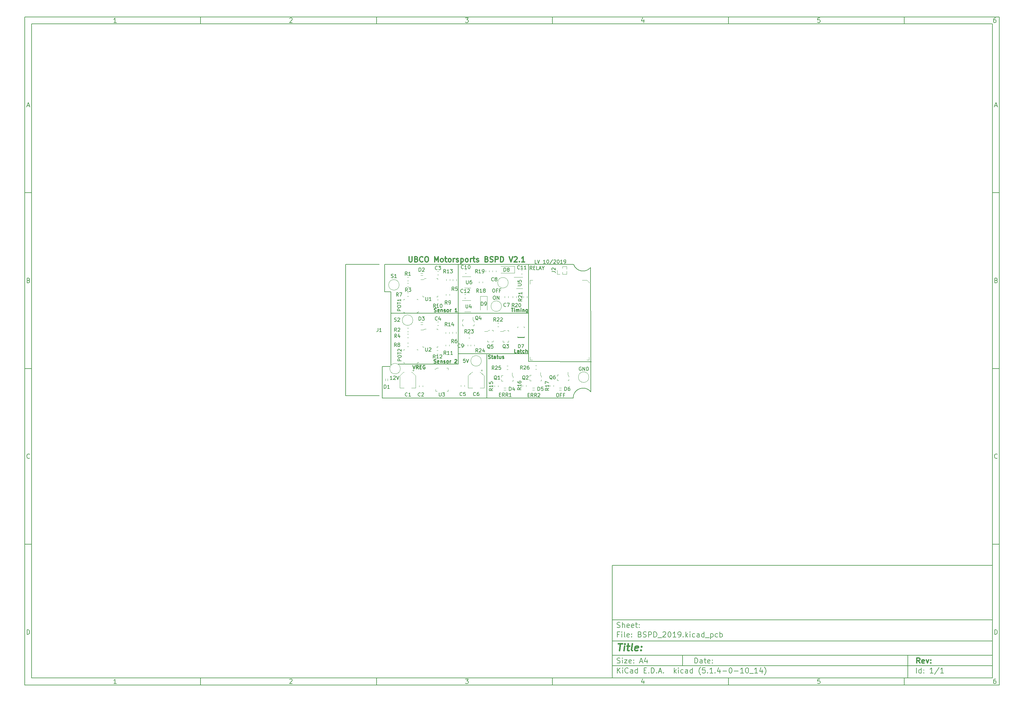
<source format=gbr>
G04 #@! TF.GenerationSoftware,KiCad,Pcbnew,(5.1.4-0-10_14)*
G04 #@! TF.CreationDate,2019-11-07T13:02:38-08:00*
G04 #@! TF.ProjectId,BSPD_2019,42535044-5f32-4303-9139-2e6b69636164,rev?*
G04 #@! TF.SameCoordinates,Original*
G04 #@! TF.FileFunction,Legend,Top*
G04 #@! TF.FilePolarity,Positive*
%FSLAX46Y46*%
G04 Gerber Fmt 4.6, Leading zero omitted, Abs format (unit mm)*
G04 Created by KiCad (PCBNEW (5.1.4-0-10_14)) date 2019-11-07 13:02:38*
%MOMM*%
%LPD*%
G04 APERTURE LIST*
%ADD10C,0.100000*%
%ADD11C,0.150000*%
%ADD12C,0.300000*%
%ADD13C,0.400000*%
%ADD14C,0.199898*%
%ADD15C,0.200000*%
%ADD16C,0.254000*%
%ADD17C,0.120000*%
G04 APERTURE END LIST*
D10*
D11*
X177002200Y-166007200D02*
X177002200Y-198007200D01*
X285002200Y-198007200D01*
X285002200Y-166007200D01*
X177002200Y-166007200D01*
D10*
D11*
X10000000Y-10000000D02*
X10000000Y-200007200D01*
X287002200Y-200007200D01*
X287002200Y-10000000D01*
X10000000Y-10000000D01*
D10*
D11*
X12000000Y-12000000D02*
X12000000Y-198007200D01*
X285002200Y-198007200D01*
X285002200Y-12000000D01*
X12000000Y-12000000D01*
D10*
D11*
X60000000Y-12000000D02*
X60000000Y-10000000D01*
D10*
D11*
X110000000Y-12000000D02*
X110000000Y-10000000D01*
D10*
D11*
X160000000Y-12000000D02*
X160000000Y-10000000D01*
D10*
D11*
X210000000Y-12000000D02*
X210000000Y-10000000D01*
D10*
D11*
X260000000Y-12000000D02*
X260000000Y-10000000D01*
D10*
D11*
X36065476Y-11588095D02*
X35322619Y-11588095D01*
X35694047Y-11588095D02*
X35694047Y-10288095D01*
X35570238Y-10473809D01*
X35446428Y-10597619D01*
X35322619Y-10659523D01*
D10*
D11*
X85322619Y-10411904D02*
X85384523Y-10350000D01*
X85508333Y-10288095D01*
X85817857Y-10288095D01*
X85941666Y-10350000D01*
X86003571Y-10411904D01*
X86065476Y-10535714D01*
X86065476Y-10659523D01*
X86003571Y-10845238D01*
X85260714Y-11588095D01*
X86065476Y-11588095D01*
D10*
D11*
X135260714Y-10288095D02*
X136065476Y-10288095D01*
X135632142Y-10783333D01*
X135817857Y-10783333D01*
X135941666Y-10845238D01*
X136003571Y-10907142D01*
X136065476Y-11030952D01*
X136065476Y-11340476D01*
X136003571Y-11464285D01*
X135941666Y-11526190D01*
X135817857Y-11588095D01*
X135446428Y-11588095D01*
X135322619Y-11526190D01*
X135260714Y-11464285D01*
D10*
D11*
X185941666Y-10721428D02*
X185941666Y-11588095D01*
X185632142Y-10226190D02*
X185322619Y-11154761D01*
X186127380Y-11154761D01*
D10*
D11*
X236003571Y-10288095D02*
X235384523Y-10288095D01*
X235322619Y-10907142D01*
X235384523Y-10845238D01*
X235508333Y-10783333D01*
X235817857Y-10783333D01*
X235941666Y-10845238D01*
X236003571Y-10907142D01*
X236065476Y-11030952D01*
X236065476Y-11340476D01*
X236003571Y-11464285D01*
X235941666Y-11526190D01*
X235817857Y-11588095D01*
X235508333Y-11588095D01*
X235384523Y-11526190D01*
X235322619Y-11464285D01*
D10*
D11*
X285941666Y-10288095D02*
X285694047Y-10288095D01*
X285570238Y-10350000D01*
X285508333Y-10411904D01*
X285384523Y-10597619D01*
X285322619Y-10845238D01*
X285322619Y-11340476D01*
X285384523Y-11464285D01*
X285446428Y-11526190D01*
X285570238Y-11588095D01*
X285817857Y-11588095D01*
X285941666Y-11526190D01*
X286003571Y-11464285D01*
X286065476Y-11340476D01*
X286065476Y-11030952D01*
X286003571Y-10907142D01*
X285941666Y-10845238D01*
X285817857Y-10783333D01*
X285570238Y-10783333D01*
X285446428Y-10845238D01*
X285384523Y-10907142D01*
X285322619Y-11030952D01*
D10*
D11*
X60000000Y-198007200D02*
X60000000Y-200007200D01*
D10*
D11*
X110000000Y-198007200D02*
X110000000Y-200007200D01*
D10*
D11*
X160000000Y-198007200D02*
X160000000Y-200007200D01*
D10*
D11*
X210000000Y-198007200D02*
X210000000Y-200007200D01*
D10*
D11*
X260000000Y-198007200D02*
X260000000Y-200007200D01*
D10*
D11*
X36065476Y-199595295D02*
X35322619Y-199595295D01*
X35694047Y-199595295D02*
X35694047Y-198295295D01*
X35570238Y-198481009D01*
X35446428Y-198604819D01*
X35322619Y-198666723D01*
D10*
D11*
X85322619Y-198419104D02*
X85384523Y-198357200D01*
X85508333Y-198295295D01*
X85817857Y-198295295D01*
X85941666Y-198357200D01*
X86003571Y-198419104D01*
X86065476Y-198542914D01*
X86065476Y-198666723D01*
X86003571Y-198852438D01*
X85260714Y-199595295D01*
X86065476Y-199595295D01*
D10*
D11*
X135260714Y-198295295D02*
X136065476Y-198295295D01*
X135632142Y-198790533D01*
X135817857Y-198790533D01*
X135941666Y-198852438D01*
X136003571Y-198914342D01*
X136065476Y-199038152D01*
X136065476Y-199347676D01*
X136003571Y-199471485D01*
X135941666Y-199533390D01*
X135817857Y-199595295D01*
X135446428Y-199595295D01*
X135322619Y-199533390D01*
X135260714Y-199471485D01*
D10*
D11*
X185941666Y-198728628D02*
X185941666Y-199595295D01*
X185632142Y-198233390D02*
X185322619Y-199161961D01*
X186127380Y-199161961D01*
D10*
D11*
X236003571Y-198295295D02*
X235384523Y-198295295D01*
X235322619Y-198914342D01*
X235384523Y-198852438D01*
X235508333Y-198790533D01*
X235817857Y-198790533D01*
X235941666Y-198852438D01*
X236003571Y-198914342D01*
X236065476Y-199038152D01*
X236065476Y-199347676D01*
X236003571Y-199471485D01*
X235941666Y-199533390D01*
X235817857Y-199595295D01*
X235508333Y-199595295D01*
X235384523Y-199533390D01*
X235322619Y-199471485D01*
D10*
D11*
X285941666Y-198295295D02*
X285694047Y-198295295D01*
X285570238Y-198357200D01*
X285508333Y-198419104D01*
X285384523Y-198604819D01*
X285322619Y-198852438D01*
X285322619Y-199347676D01*
X285384523Y-199471485D01*
X285446428Y-199533390D01*
X285570238Y-199595295D01*
X285817857Y-199595295D01*
X285941666Y-199533390D01*
X286003571Y-199471485D01*
X286065476Y-199347676D01*
X286065476Y-199038152D01*
X286003571Y-198914342D01*
X285941666Y-198852438D01*
X285817857Y-198790533D01*
X285570238Y-198790533D01*
X285446428Y-198852438D01*
X285384523Y-198914342D01*
X285322619Y-199038152D01*
D10*
D11*
X10000000Y-60000000D02*
X12000000Y-60000000D01*
D10*
D11*
X10000000Y-110000000D02*
X12000000Y-110000000D01*
D10*
D11*
X10000000Y-160000000D02*
X12000000Y-160000000D01*
D10*
D11*
X10690476Y-35216666D02*
X11309523Y-35216666D01*
X10566666Y-35588095D02*
X11000000Y-34288095D01*
X11433333Y-35588095D01*
D10*
D11*
X11092857Y-84907142D02*
X11278571Y-84969047D01*
X11340476Y-85030952D01*
X11402380Y-85154761D01*
X11402380Y-85340476D01*
X11340476Y-85464285D01*
X11278571Y-85526190D01*
X11154761Y-85588095D01*
X10659523Y-85588095D01*
X10659523Y-84288095D01*
X11092857Y-84288095D01*
X11216666Y-84350000D01*
X11278571Y-84411904D01*
X11340476Y-84535714D01*
X11340476Y-84659523D01*
X11278571Y-84783333D01*
X11216666Y-84845238D01*
X11092857Y-84907142D01*
X10659523Y-84907142D01*
D10*
D11*
X11402380Y-135464285D02*
X11340476Y-135526190D01*
X11154761Y-135588095D01*
X11030952Y-135588095D01*
X10845238Y-135526190D01*
X10721428Y-135402380D01*
X10659523Y-135278571D01*
X10597619Y-135030952D01*
X10597619Y-134845238D01*
X10659523Y-134597619D01*
X10721428Y-134473809D01*
X10845238Y-134350000D01*
X11030952Y-134288095D01*
X11154761Y-134288095D01*
X11340476Y-134350000D01*
X11402380Y-134411904D01*
D10*
D11*
X10659523Y-185588095D02*
X10659523Y-184288095D01*
X10969047Y-184288095D01*
X11154761Y-184350000D01*
X11278571Y-184473809D01*
X11340476Y-184597619D01*
X11402380Y-184845238D01*
X11402380Y-185030952D01*
X11340476Y-185278571D01*
X11278571Y-185402380D01*
X11154761Y-185526190D01*
X10969047Y-185588095D01*
X10659523Y-185588095D01*
D10*
D11*
X287002200Y-60000000D02*
X285002200Y-60000000D01*
D10*
D11*
X287002200Y-110000000D02*
X285002200Y-110000000D01*
D10*
D11*
X287002200Y-160000000D02*
X285002200Y-160000000D01*
D10*
D11*
X285692676Y-35216666D02*
X286311723Y-35216666D01*
X285568866Y-35588095D02*
X286002200Y-34288095D01*
X286435533Y-35588095D01*
D10*
D11*
X286095057Y-84907142D02*
X286280771Y-84969047D01*
X286342676Y-85030952D01*
X286404580Y-85154761D01*
X286404580Y-85340476D01*
X286342676Y-85464285D01*
X286280771Y-85526190D01*
X286156961Y-85588095D01*
X285661723Y-85588095D01*
X285661723Y-84288095D01*
X286095057Y-84288095D01*
X286218866Y-84350000D01*
X286280771Y-84411904D01*
X286342676Y-84535714D01*
X286342676Y-84659523D01*
X286280771Y-84783333D01*
X286218866Y-84845238D01*
X286095057Y-84907142D01*
X285661723Y-84907142D01*
D10*
D11*
X286404580Y-135464285D02*
X286342676Y-135526190D01*
X286156961Y-135588095D01*
X286033152Y-135588095D01*
X285847438Y-135526190D01*
X285723628Y-135402380D01*
X285661723Y-135278571D01*
X285599819Y-135030952D01*
X285599819Y-134845238D01*
X285661723Y-134597619D01*
X285723628Y-134473809D01*
X285847438Y-134350000D01*
X286033152Y-134288095D01*
X286156961Y-134288095D01*
X286342676Y-134350000D01*
X286404580Y-134411904D01*
D10*
D11*
X285661723Y-185588095D02*
X285661723Y-184288095D01*
X285971247Y-184288095D01*
X286156961Y-184350000D01*
X286280771Y-184473809D01*
X286342676Y-184597619D01*
X286404580Y-184845238D01*
X286404580Y-185030952D01*
X286342676Y-185278571D01*
X286280771Y-185402380D01*
X286156961Y-185526190D01*
X285971247Y-185588095D01*
X285661723Y-185588095D01*
D10*
D11*
X200434342Y-193785771D02*
X200434342Y-192285771D01*
X200791485Y-192285771D01*
X201005771Y-192357200D01*
X201148628Y-192500057D01*
X201220057Y-192642914D01*
X201291485Y-192928628D01*
X201291485Y-193142914D01*
X201220057Y-193428628D01*
X201148628Y-193571485D01*
X201005771Y-193714342D01*
X200791485Y-193785771D01*
X200434342Y-193785771D01*
X202577200Y-193785771D02*
X202577200Y-193000057D01*
X202505771Y-192857200D01*
X202362914Y-192785771D01*
X202077200Y-192785771D01*
X201934342Y-192857200D01*
X202577200Y-193714342D02*
X202434342Y-193785771D01*
X202077200Y-193785771D01*
X201934342Y-193714342D01*
X201862914Y-193571485D01*
X201862914Y-193428628D01*
X201934342Y-193285771D01*
X202077200Y-193214342D01*
X202434342Y-193214342D01*
X202577200Y-193142914D01*
X203077200Y-192785771D02*
X203648628Y-192785771D01*
X203291485Y-192285771D02*
X203291485Y-193571485D01*
X203362914Y-193714342D01*
X203505771Y-193785771D01*
X203648628Y-193785771D01*
X204720057Y-193714342D02*
X204577200Y-193785771D01*
X204291485Y-193785771D01*
X204148628Y-193714342D01*
X204077200Y-193571485D01*
X204077200Y-193000057D01*
X204148628Y-192857200D01*
X204291485Y-192785771D01*
X204577200Y-192785771D01*
X204720057Y-192857200D01*
X204791485Y-193000057D01*
X204791485Y-193142914D01*
X204077200Y-193285771D01*
X205434342Y-193642914D02*
X205505771Y-193714342D01*
X205434342Y-193785771D01*
X205362914Y-193714342D01*
X205434342Y-193642914D01*
X205434342Y-193785771D01*
X205434342Y-192857200D02*
X205505771Y-192928628D01*
X205434342Y-193000057D01*
X205362914Y-192928628D01*
X205434342Y-192857200D01*
X205434342Y-193000057D01*
D10*
D11*
X177002200Y-194507200D02*
X285002200Y-194507200D01*
D10*
D11*
X178434342Y-196585771D02*
X178434342Y-195085771D01*
X179291485Y-196585771D02*
X178648628Y-195728628D01*
X179291485Y-195085771D02*
X178434342Y-195942914D01*
X179934342Y-196585771D02*
X179934342Y-195585771D01*
X179934342Y-195085771D02*
X179862914Y-195157200D01*
X179934342Y-195228628D01*
X180005771Y-195157200D01*
X179934342Y-195085771D01*
X179934342Y-195228628D01*
X181505771Y-196442914D02*
X181434342Y-196514342D01*
X181220057Y-196585771D01*
X181077200Y-196585771D01*
X180862914Y-196514342D01*
X180720057Y-196371485D01*
X180648628Y-196228628D01*
X180577200Y-195942914D01*
X180577200Y-195728628D01*
X180648628Y-195442914D01*
X180720057Y-195300057D01*
X180862914Y-195157200D01*
X181077200Y-195085771D01*
X181220057Y-195085771D01*
X181434342Y-195157200D01*
X181505771Y-195228628D01*
X182791485Y-196585771D02*
X182791485Y-195800057D01*
X182720057Y-195657200D01*
X182577200Y-195585771D01*
X182291485Y-195585771D01*
X182148628Y-195657200D01*
X182791485Y-196514342D02*
X182648628Y-196585771D01*
X182291485Y-196585771D01*
X182148628Y-196514342D01*
X182077200Y-196371485D01*
X182077200Y-196228628D01*
X182148628Y-196085771D01*
X182291485Y-196014342D01*
X182648628Y-196014342D01*
X182791485Y-195942914D01*
X184148628Y-196585771D02*
X184148628Y-195085771D01*
X184148628Y-196514342D02*
X184005771Y-196585771D01*
X183720057Y-196585771D01*
X183577200Y-196514342D01*
X183505771Y-196442914D01*
X183434342Y-196300057D01*
X183434342Y-195871485D01*
X183505771Y-195728628D01*
X183577200Y-195657200D01*
X183720057Y-195585771D01*
X184005771Y-195585771D01*
X184148628Y-195657200D01*
X186005771Y-195800057D02*
X186505771Y-195800057D01*
X186720057Y-196585771D02*
X186005771Y-196585771D01*
X186005771Y-195085771D01*
X186720057Y-195085771D01*
X187362914Y-196442914D02*
X187434342Y-196514342D01*
X187362914Y-196585771D01*
X187291485Y-196514342D01*
X187362914Y-196442914D01*
X187362914Y-196585771D01*
X188077200Y-196585771D02*
X188077200Y-195085771D01*
X188434342Y-195085771D01*
X188648628Y-195157200D01*
X188791485Y-195300057D01*
X188862914Y-195442914D01*
X188934342Y-195728628D01*
X188934342Y-195942914D01*
X188862914Y-196228628D01*
X188791485Y-196371485D01*
X188648628Y-196514342D01*
X188434342Y-196585771D01*
X188077200Y-196585771D01*
X189577200Y-196442914D02*
X189648628Y-196514342D01*
X189577200Y-196585771D01*
X189505771Y-196514342D01*
X189577200Y-196442914D01*
X189577200Y-196585771D01*
X190220057Y-196157200D02*
X190934342Y-196157200D01*
X190077200Y-196585771D02*
X190577200Y-195085771D01*
X191077200Y-196585771D01*
X191577200Y-196442914D02*
X191648628Y-196514342D01*
X191577200Y-196585771D01*
X191505771Y-196514342D01*
X191577200Y-196442914D01*
X191577200Y-196585771D01*
X194577200Y-196585771D02*
X194577200Y-195085771D01*
X194720057Y-196014342D02*
X195148628Y-196585771D01*
X195148628Y-195585771D02*
X194577200Y-196157200D01*
X195791485Y-196585771D02*
X195791485Y-195585771D01*
X195791485Y-195085771D02*
X195720057Y-195157200D01*
X195791485Y-195228628D01*
X195862914Y-195157200D01*
X195791485Y-195085771D01*
X195791485Y-195228628D01*
X197148628Y-196514342D02*
X197005771Y-196585771D01*
X196720057Y-196585771D01*
X196577200Y-196514342D01*
X196505771Y-196442914D01*
X196434342Y-196300057D01*
X196434342Y-195871485D01*
X196505771Y-195728628D01*
X196577200Y-195657200D01*
X196720057Y-195585771D01*
X197005771Y-195585771D01*
X197148628Y-195657200D01*
X198434342Y-196585771D02*
X198434342Y-195800057D01*
X198362914Y-195657200D01*
X198220057Y-195585771D01*
X197934342Y-195585771D01*
X197791485Y-195657200D01*
X198434342Y-196514342D02*
X198291485Y-196585771D01*
X197934342Y-196585771D01*
X197791485Y-196514342D01*
X197720057Y-196371485D01*
X197720057Y-196228628D01*
X197791485Y-196085771D01*
X197934342Y-196014342D01*
X198291485Y-196014342D01*
X198434342Y-195942914D01*
X199791485Y-196585771D02*
X199791485Y-195085771D01*
X199791485Y-196514342D02*
X199648628Y-196585771D01*
X199362914Y-196585771D01*
X199220057Y-196514342D01*
X199148628Y-196442914D01*
X199077200Y-196300057D01*
X199077200Y-195871485D01*
X199148628Y-195728628D01*
X199220057Y-195657200D01*
X199362914Y-195585771D01*
X199648628Y-195585771D01*
X199791485Y-195657200D01*
X202077200Y-197157200D02*
X202005771Y-197085771D01*
X201862914Y-196871485D01*
X201791485Y-196728628D01*
X201720057Y-196514342D01*
X201648628Y-196157200D01*
X201648628Y-195871485D01*
X201720057Y-195514342D01*
X201791485Y-195300057D01*
X201862914Y-195157200D01*
X202005771Y-194942914D01*
X202077200Y-194871485D01*
X203362914Y-195085771D02*
X202648628Y-195085771D01*
X202577200Y-195800057D01*
X202648628Y-195728628D01*
X202791485Y-195657200D01*
X203148628Y-195657200D01*
X203291485Y-195728628D01*
X203362914Y-195800057D01*
X203434342Y-195942914D01*
X203434342Y-196300057D01*
X203362914Y-196442914D01*
X203291485Y-196514342D01*
X203148628Y-196585771D01*
X202791485Y-196585771D01*
X202648628Y-196514342D01*
X202577200Y-196442914D01*
X204077200Y-196442914D02*
X204148628Y-196514342D01*
X204077200Y-196585771D01*
X204005771Y-196514342D01*
X204077200Y-196442914D01*
X204077200Y-196585771D01*
X205577200Y-196585771D02*
X204720057Y-196585771D01*
X205148628Y-196585771D02*
X205148628Y-195085771D01*
X205005771Y-195300057D01*
X204862914Y-195442914D01*
X204720057Y-195514342D01*
X206220057Y-196442914D02*
X206291485Y-196514342D01*
X206220057Y-196585771D01*
X206148628Y-196514342D01*
X206220057Y-196442914D01*
X206220057Y-196585771D01*
X207577200Y-195585771D02*
X207577200Y-196585771D01*
X207220057Y-195014342D02*
X206862914Y-196085771D01*
X207791485Y-196085771D01*
X208362914Y-196014342D02*
X209505771Y-196014342D01*
X210505771Y-195085771D02*
X210648628Y-195085771D01*
X210791485Y-195157200D01*
X210862914Y-195228628D01*
X210934342Y-195371485D01*
X211005771Y-195657200D01*
X211005771Y-196014342D01*
X210934342Y-196300057D01*
X210862914Y-196442914D01*
X210791485Y-196514342D01*
X210648628Y-196585771D01*
X210505771Y-196585771D01*
X210362914Y-196514342D01*
X210291485Y-196442914D01*
X210220057Y-196300057D01*
X210148628Y-196014342D01*
X210148628Y-195657200D01*
X210220057Y-195371485D01*
X210291485Y-195228628D01*
X210362914Y-195157200D01*
X210505771Y-195085771D01*
X211648628Y-196014342D02*
X212791485Y-196014342D01*
X214291485Y-196585771D02*
X213434342Y-196585771D01*
X213862914Y-196585771D02*
X213862914Y-195085771D01*
X213720057Y-195300057D01*
X213577200Y-195442914D01*
X213434342Y-195514342D01*
X215220057Y-195085771D02*
X215362914Y-195085771D01*
X215505771Y-195157200D01*
X215577200Y-195228628D01*
X215648628Y-195371485D01*
X215720057Y-195657200D01*
X215720057Y-196014342D01*
X215648628Y-196300057D01*
X215577200Y-196442914D01*
X215505771Y-196514342D01*
X215362914Y-196585771D01*
X215220057Y-196585771D01*
X215077200Y-196514342D01*
X215005771Y-196442914D01*
X214934342Y-196300057D01*
X214862914Y-196014342D01*
X214862914Y-195657200D01*
X214934342Y-195371485D01*
X215005771Y-195228628D01*
X215077200Y-195157200D01*
X215220057Y-195085771D01*
X216005771Y-196728628D02*
X217148628Y-196728628D01*
X218291485Y-196585771D02*
X217434342Y-196585771D01*
X217862914Y-196585771D02*
X217862914Y-195085771D01*
X217720057Y-195300057D01*
X217577200Y-195442914D01*
X217434342Y-195514342D01*
X219577200Y-195585771D02*
X219577200Y-196585771D01*
X219220057Y-195014342D02*
X218862914Y-196085771D01*
X219791485Y-196085771D01*
X220220057Y-197157200D02*
X220291485Y-197085771D01*
X220434342Y-196871485D01*
X220505771Y-196728628D01*
X220577200Y-196514342D01*
X220648628Y-196157200D01*
X220648628Y-195871485D01*
X220577200Y-195514342D01*
X220505771Y-195300057D01*
X220434342Y-195157200D01*
X220291485Y-194942914D01*
X220220057Y-194871485D01*
D10*
D11*
X177002200Y-191507200D02*
X285002200Y-191507200D01*
D10*
D12*
X264411485Y-193785771D02*
X263911485Y-193071485D01*
X263554342Y-193785771D02*
X263554342Y-192285771D01*
X264125771Y-192285771D01*
X264268628Y-192357200D01*
X264340057Y-192428628D01*
X264411485Y-192571485D01*
X264411485Y-192785771D01*
X264340057Y-192928628D01*
X264268628Y-193000057D01*
X264125771Y-193071485D01*
X263554342Y-193071485D01*
X265625771Y-193714342D02*
X265482914Y-193785771D01*
X265197200Y-193785771D01*
X265054342Y-193714342D01*
X264982914Y-193571485D01*
X264982914Y-193000057D01*
X265054342Y-192857200D01*
X265197200Y-192785771D01*
X265482914Y-192785771D01*
X265625771Y-192857200D01*
X265697200Y-193000057D01*
X265697200Y-193142914D01*
X264982914Y-193285771D01*
X266197200Y-192785771D02*
X266554342Y-193785771D01*
X266911485Y-192785771D01*
X267482914Y-193642914D02*
X267554342Y-193714342D01*
X267482914Y-193785771D01*
X267411485Y-193714342D01*
X267482914Y-193642914D01*
X267482914Y-193785771D01*
X267482914Y-192857200D02*
X267554342Y-192928628D01*
X267482914Y-193000057D01*
X267411485Y-192928628D01*
X267482914Y-192857200D01*
X267482914Y-193000057D01*
D10*
D11*
X178362914Y-193714342D02*
X178577200Y-193785771D01*
X178934342Y-193785771D01*
X179077200Y-193714342D01*
X179148628Y-193642914D01*
X179220057Y-193500057D01*
X179220057Y-193357200D01*
X179148628Y-193214342D01*
X179077200Y-193142914D01*
X178934342Y-193071485D01*
X178648628Y-193000057D01*
X178505771Y-192928628D01*
X178434342Y-192857200D01*
X178362914Y-192714342D01*
X178362914Y-192571485D01*
X178434342Y-192428628D01*
X178505771Y-192357200D01*
X178648628Y-192285771D01*
X179005771Y-192285771D01*
X179220057Y-192357200D01*
X179862914Y-193785771D02*
X179862914Y-192785771D01*
X179862914Y-192285771D02*
X179791485Y-192357200D01*
X179862914Y-192428628D01*
X179934342Y-192357200D01*
X179862914Y-192285771D01*
X179862914Y-192428628D01*
X180434342Y-192785771D02*
X181220057Y-192785771D01*
X180434342Y-193785771D01*
X181220057Y-193785771D01*
X182362914Y-193714342D02*
X182220057Y-193785771D01*
X181934342Y-193785771D01*
X181791485Y-193714342D01*
X181720057Y-193571485D01*
X181720057Y-193000057D01*
X181791485Y-192857200D01*
X181934342Y-192785771D01*
X182220057Y-192785771D01*
X182362914Y-192857200D01*
X182434342Y-193000057D01*
X182434342Y-193142914D01*
X181720057Y-193285771D01*
X183077200Y-193642914D02*
X183148628Y-193714342D01*
X183077200Y-193785771D01*
X183005771Y-193714342D01*
X183077200Y-193642914D01*
X183077200Y-193785771D01*
X183077200Y-192857200D02*
X183148628Y-192928628D01*
X183077200Y-193000057D01*
X183005771Y-192928628D01*
X183077200Y-192857200D01*
X183077200Y-193000057D01*
X184862914Y-193357200D02*
X185577200Y-193357200D01*
X184720057Y-193785771D02*
X185220057Y-192285771D01*
X185720057Y-193785771D01*
X186862914Y-192785771D02*
X186862914Y-193785771D01*
X186505771Y-192214342D02*
X186148628Y-193285771D01*
X187077200Y-193285771D01*
D10*
D11*
X263434342Y-196585771D02*
X263434342Y-195085771D01*
X264791485Y-196585771D02*
X264791485Y-195085771D01*
X264791485Y-196514342D02*
X264648628Y-196585771D01*
X264362914Y-196585771D01*
X264220057Y-196514342D01*
X264148628Y-196442914D01*
X264077200Y-196300057D01*
X264077200Y-195871485D01*
X264148628Y-195728628D01*
X264220057Y-195657200D01*
X264362914Y-195585771D01*
X264648628Y-195585771D01*
X264791485Y-195657200D01*
X265505771Y-196442914D02*
X265577200Y-196514342D01*
X265505771Y-196585771D01*
X265434342Y-196514342D01*
X265505771Y-196442914D01*
X265505771Y-196585771D01*
X265505771Y-195657200D02*
X265577200Y-195728628D01*
X265505771Y-195800057D01*
X265434342Y-195728628D01*
X265505771Y-195657200D01*
X265505771Y-195800057D01*
X268148628Y-196585771D02*
X267291485Y-196585771D01*
X267720057Y-196585771D02*
X267720057Y-195085771D01*
X267577200Y-195300057D01*
X267434342Y-195442914D01*
X267291485Y-195514342D01*
X269862914Y-195014342D02*
X268577200Y-196942914D01*
X271148628Y-196585771D02*
X270291485Y-196585771D01*
X270720057Y-196585771D02*
X270720057Y-195085771D01*
X270577200Y-195300057D01*
X270434342Y-195442914D01*
X270291485Y-195514342D01*
D10*
D11*
X177002200Y-187507200D02*
X285002200Y-187507200D01*
D10*
D13*
X178714580Y-188211961D02*
X179857438Y-188211961D01*
X179036009Y-190211961D02*
X179286009Y-188211961D01*
X180274104Y-190211961D02*
X180440771Y-188878628D01*
X180524104Y-188211961D02*
X180416961Y-188307200D01*
X180500295Y-188402438D01*
X180607438Y-188307200D01*
X180524104Y-188211961D01*
X180500295Y-188402438D01*
X181107438Y-188878628D02*
X181869342Y-188878628D01*
X181476485Y-188211961D02*
X181262200Y-189926247D01*
X181333628Y-190116723D01*
X181512200Y-190211961D01*
X181702676Y-190211961D01*
X182655057Y-190211961D02*
X182476485Y-190116723D01*
X182405057Y-189926247D01*
X182619342Y-188211961D01*
X184190771Y-190116723D02*
X183988390Y-190211961D01*
X183607438Y-190211961D01*
X183428866Y-190116723D01*
X183357438Y-189926247D01*
X183452676Y-189164342D01*
X183571723Y-188973866D01*
X183774104Y-188878628D01*
X184155057Y-188878628D01*
X184333628Y-188973866D01*
X184405057Y-189164342D01*
X184381247Y-189354819D01*
X183405057Y-189545295D01*
X185155057Y-190021485D02*
X185238390Y-190116723D01*
X185131247Y-190211961D01*
X185047914Y-190116723D01*
X185155057Y-190021485D01*
X185131247Y-190211961D01*
X185286009Y-188973866D02*
X185369342Y-189069104D01*
X185262200Y-189164342D01*
X185178866Y-189069104D01*
X185286009Y-188973866D01*
X185262200Y-189164342D01*
D10*
D11*
X178934342Y-185600057D02*
X178434342Y-185600057D01*
X178434342Y-186385771D02*
X178434342Y-184885771D01*
X179148628Y-184885771D01*
X179720057Y-186385771D02*
X179720057Y-185385771D01*
X179720057Y-184885771D02*
X179648628Y-184957200D01*
X179720057Y-185028628D01*
X179791485Y-184957200D01*
X179720057Y-184885771D01*
X179720057Y-185028628D01*
X180648628Y-186385771D02*
X180505771Y-186314342D01*
X180434342Y-186171485D01*
X180434342Y-184885771D01*
X181791485Y-186314342D02*
X181648628Y-186385771D01*
X181362914Y-186385771D01*
X181220057Y-186314342D01*
X181148628Y-186171485D01*
X181148628Y-185600057D01*
X181220057Y-185457200D01*
X181362914Y-185385771D01*
X181648628Y-185385771D01*
X181791485Y-185457200D01*
X181862914Y-185600057D01*
X181862914Y-185742914D01*
X181148628Y-185885771D01*
X182505771Y-186242914D02*
X182577200Y-186314342D01*
X182505771Y-186385771D01*
X182434342Y-186314342D01*
X182505771Y-186242914D01*
X182505771Y-186385771D01*
X182505771Y-185457200D02*
X182577200Y-185528628D01*
X182505771Y-185600057D01*
X182434342Y-185528628D01*
X182505771Y-185457200D01*
X182505771Y-185600057D01*
X184862914Y-185600057D02*
X185077200Y-185671485D01*
X185148628Y-185742914D01*
X185220057Y-185885771D01*
X185220057Y-186100057D01*
X185148628Y-186242914D01*
X185077200Y-186314342D01*
X184934342Y-186385771D01*
X184362914Y-186385771D01*
X184362914Y-184885771D01*
X184862914Y-184885771D01*
X185005771Y-184957200D01*
X185077200Y-185028628D01*
X185148628Y-185171485D01*
X185148628Y-185314342D01*
X185077200Y-185457200D01*
X185005771Y-185528628D01*
X184862914Y-185600057D01*
X184362914Y-185600057D01*
X185791485Y-186314342D02*
X186005771Y-186385771D01*
X186362914Y-186385771D01*
X186505771Y-186314342D01*
X186577200Y-186242914D01*
X186648628Y-186100057D01*
X186648628Y-185957200D01*
X186577200Y-185814342D01*
X186505771Y-185742914D01*
X186362914Y-185671485D01*
X186077200Y-185600057D01*
X185934342Y-185528628D01*
X185862914Y-185457200D01*
X185791485Y-185314342D01*
X185791485Y-185171485D01*
X185862914Y-185028628D01*
X185934342Y-184957200D01*
X186077200Y-184885771D01*
X186434342Y-184885771D01*
X186648628Y-184957200D01*
X187291485Y-186385771D02*
X187291485Y-184885771D01*
X187862914Y-184885771D01*
X188005771Y-184957200D01*
X188077200Y-185028628D01*
X188148628Y-185171485D01*
X188148628Y-185385771D01*
X188077200Y-185528628D01*
X188005771Y-185600057D01*
X187862914Y-185671485D01*
X187291485Y-185671485D01*
X188791485Y-186385771D02*
X188791485Y-184885771D01*
X189148628Y-184885771D01*
X189362914Y-184957200D01*
X189505771Y-185100057D01*
X189577200Y-185242914D01*
X189648628Y-185528628D01*
X189648628Y-185742914D01*
X189577200Y-186028628D01*
X189505771Y-186171485D01*
X189362914Y-186314342D01*
X189148628Y-186385771D01*
X188791485Y-186385771D01*
X189934342Y-186528628D02*
X191077200Y-186528628D01*
X191362914Y-185028628D02*
X191434342Y-184957200D01*
X191577200Y-184885771D01*
X191934342Y-184885771D01*
X192077200Y-184957200D01*
X192148628Y-185028628D01*
X192220057Y-185171485D01*
X192220057Y-185314342D01*
X192148628Y-185528628D01*
X191291485Y-186385771D01*
X192220057Y-186385771D01*
X193148628Y-184885771D02*
X193291485Y-184885771D01*
X193434342Y-184957200D01*
X193505771Y-185028628D01*
X193577200Y-185171485D01*
X193648628Y-185457200D01*
X193648628Y-185814342D01*
X193577200Y-186100057D01*
X193505771Y-186242914D01*
X193434342Y-186314342D01*
X193291485Y-186385771D01*
X193148628Y-186385771D01*
X193005771Y-186314342D01*
X192934342Y-186242914D01*
X192862914Y-186100057D01*
X192791485Y-185814342D01*
X192791485Y-185457200D01*
X192862914Y-185171485D01*
X192934342Y-185028628D01*
X193005771Y-184957200D01*
X193148628Y-184885771D01*
X195077200Y-186385771D02*
X194220057Y-186385771D01*
X194648628Y-186385771D02*
X194648628Y-184885771D01*
X194505771Y-185100057D01*
X194362914Y-185242914D01*
X194220057Y-185314342D01*
X195791485Y-186385771D02*
X196077200Y-186385771D01*
X196220057Y-186314342D01*
X196291485Y-186242914D01*
X196434342Y-186028628D01*
X196505771Y-185742914D01*
X196505771Y-185171485D01*
X196434342Y-185028628D01*
X196362914Y-184957200D01*
X196220057Y-184885771D01*
X195934342Y-184885771D01*
X195791485Y-184957200D01*
X195720057Y-185028628D01*
X195648628Y-185171485D01*
X195648628Y-185528628D01*
X195720057Y-185671485D01*
X195791485Y-185742914D01*
X195934342Y-185814342D01*
X196220057Y-185814342D01*
X196362914Y-185742914D01*
X196434342Y-185671485D01*
X196505771Y-185528628D01*
X197148628Y-186242914D02*
X197220057Y-186314342D01*
X197148628Y-186385771D01*
X197077200Y-186314342D01*
X197148628Y-186242914D01*
X197148628Y-186385771D01*
X197862914Y-186385771D02*
X197862914Y-184885771D01*
X198005771Y-185814342D02*
X198434342Y-186385771D01*
X198434342Y-185385771D02*
X197862914Y-185957200D01*
X199077200Y-186385771D02*
X199077200Y-185385771D01*
X199077200Y-184885771D02*
X199005771Y-184957200D01*
X199077200Y-185028628D01*
X199148628Y-184957200D01*
X199077200Y-184885771D01*
X199077200Y-185028628D01*
X200434342Y-186314342D02*
X200291485Y-186385771D01*
X200005771Y-186385771D01*
X199862914Y-186314342D01*
X199791485Y-186242914D01*
X199720057Y-186100057D01*
X199720057Y-185671485D01*
X199791485Y-185528628D01*
X199862914Y-185457200D01*
X200005771Y-185385771D01*
X200291485Y-185385771D01*
X200434342Y-185457200D01*
X201720057Y-186385771D02*
X201720057Y-185600057D01*
X201648628Y-185457200D01*
X201505771Y-185385771D01*
X201220057Y-185385771D01*
X201077200Y-185457200D01*
X201720057Y-186314342D02*
X201577200Y-186385771D01*
X201220057Y-186385771D01*
X201077200Y-186314342D01*
X201005771Y-186171485D01*
X201005771Y-186028628D01*
X201077200Y-185885771D01*
X201220057Y-185814342D01*
X201577200Y-185814342D01*
X201720057Y-185742914D01*
X203077200Y-186385771D02*
X203077200Y-184885771D01*
X203077200Y-186314342D02*
X202934342Y-186385771D01*
X202648628Y-186385771D01*
X202505771Y-186314342D01*
X202434342Y-186242914D01*
X202362914Y-186100057D01*
X202362914Y-185671485D01*
X202434342Y-185528628D01*
X202505771Y-185457200D01*
X202648628Y-185385771D01*
X202934342Y-185385771D01*
X203077200Y-185457200D01*
X203434342Y-186528628D02*
X204577200Y-186528628D01*
X204934342Y-185385771D02*
X204934342Y-186885771D01*
X204934342Y-185457200D02*
X205077200Y-185385771D01*
X205362914Y-185385771D01*
X205505771Y-185457200D01*
X205577200Y-185528628D01*
X205648628Y-185671485D01*
X205648628Y-186100057D01*
X205577200Y-186242914D01*
X205505771Y-186314342D01*
X205362914Y-186385771D01*
X205077200Y-186385771D01*
X204934342Y-186314342D01*
X206934342Y-186314342D02*
X206791485Y-186385771D01*
X206505771Y-186385771D01*
X206362914Y-186314342D01*
X206291485Y-186242914D01*
X206220057Y-186100057D01*
X206220057Y-185671485D01*
X206291485Y-185528628D01*
X206362914Y-185457200D01*
X206505771Y-185385771D01*
X206791485Y-185385771D01*
X206934342Y-185457200D01*
X207577200Y-186385771D02*
X207577200Y-184885771D01*
X207577200Y-185457200D02*
X207720057Y-185385771D01*
X208005771Y-185385771D01*
X208148628Y-185457200D01*
X208220057Y-185528628D01*
X208291485Y-185671485D01*
X208291485Y-186100057D01*
X208220057Y-186242914D01*
X208148628Y-186314342D01*
X208005771Y-186385771D01*
X207720057Y-186385771D01*
X207577200Y-186314342D01*
D10*
D11*
X177002200Y-181507200D02*
X285002200Y-181507200D01*
D10*
D11*
X178362914Y-183614342D02*
X178577200Y-183685771D01*
X178934342Y-183685771D01*
X179077200Y-183614342D01*
X179148628Y-183542914D01*
X179220057Y-183400057D01*
X179220057Y-183257200D01*
X179148628Y-183114342D01*
X179077200Y-183042914D01*
X178934342Y-182971485D01*
X178648628Y-182900057D01*
X178505771Y-182828628D01*
X178434342Y-182757200D01*
X178362914Y-182614342D01*
X178362914Y-182471485D01*
X178434342Y-182328628D01*
X178505771Y-182257200D01*
X178648628Y-182185771D01*
X179005771Y-182185771D01*
X179220057Y-182257200D01*
X179862914Y-183685771D02*
X179862914Y-182185771D01*
X180505771Y-183685771D02*
X180505771Y-182900057D01*
X180434342Y-182757200D01*
X180291485Y-182685771D01*
X180077200Y-182685771D01*
X179934342Y-182757200D01*
X179862914Y-182828628D01*
X181791485Y-183614342D02*
X181648628Y-183685771D01*
X181362914Y-183685771D01*
X181220057Y-183614342D01*
X181148628Y-183471485D01*
X181148628Y-182900057D01*
X181220057Y-182757200D01*
X181362914Y-182685771D01*
X181648628Y-182685771D01*
X181791485Y-182757200D01*
X181862914Y-182900057D01*
X181862914Y-183042914D01*
X181148628Y-183185771D01*
X183077200Y-183614342D02*
X182934342Y-183685771D01*
X182648628Y-183685771D01*
X182505771Y-183614342D01*
X182434342Y-183471485D01*
X182434342Y-182900057D01*
X182505771Y-182757200D01*
X182648628Y-182685771D01*
X182934342Y-182685771D01*
X183077200Y-182757200D01*
X183148628Y-182900057D01*
X183148628Y-183042914D01*
X182434342Y-183185771D01*
X183577200Y-182685771D02*
X184148628Y-182685771D01*
X183791485Y-182185771D02*
X183791485Y-183471485D01*
X183862914Y-183614342D01*
X184005771Y-183685771D01*
X184148628Y-183685771D01*
X184648628Y-183542914D02*
X184720057Y-183614342D01*
X184648628Y-183685771D01*
X184577200Y-183614342D01*
X184648628Y-183542914D01*
X184648628Y-183685771D01*
X184648628Y-182757200D02*
X184720057Y-182828628D01*
X184648628Y-182900057D01*
X184577200Y-182828628D01*
X184648628Y-182757200D01*
X184648628Y-182900057D01*
D10*
D11*
X197002200Y-191507200D02*
X197002200Y-194507200D01*
D10*
D11*
X261002200Y-191507200D02*
X261002200Y-198007200D01*
X155504047Y-80081380D02*
X155027857Y-80081380D01*
X155027857Y-79081380D01*
X155694523Y-79081380D02*
X156027857Y-80081380D01*
X156361190Y-79081380D01*
X157980238Y-80081380D02*
X157408809Y-80081380D01*
X157694523Y-80081380D02*
X157694523Y-79081380D01*
X157599285Y-79224238D01*
X157504047Y-79319476D01*
X157408809Y-79367095D01*
X158599285Y-79081380D02*
X158694523Y-79081380D01*
X158789761Y-79129000D01*
X158837380Y-79176619D01*
X158885000Y-79271857D01*
X158932619Y-79462333D01*
X158932619Y-79700428D01*
X158885000Y-79890904D01*
X158837380Y-79986142D01*
X158789761Y-80033761D01*
X158694523Y-80081380D01*
X158599285Y-80081380D01*
X158504047Y-80033761D01*
X158456428Y-79986142D01*
X158408809Y-79890904D01*
X158361190Y-79700428D01*
X158361190Y-79462333D01*
X158408809Y-79271857D01*
X158456428Y-79176619D01*
X158504047Y-79129000D01*
X158599285Y-79081380D01*
X160075476Y-79033761D02*
X159218333Y-80319476D01*
X160361190Y-79176619D02*
X160408809Y-79129000D01*
X160504047Y-79081380D01*
X160742142Y-79081380D01*
X160837380Y-79129000D01*
X160885000Y-79176619D01*
X160932619Y-79271857D01*
X160932619Y-79367095D01*
X160885000Y-79509952D01*
X160313571Y-80081380D01*
X160932619Y-80081380D01*
X161551666Y-79081380D02*
X161646904Y-79081380D01*
X161742142Y-79129000D01*
X161789761Y-79176619D01*
X161837380Y-79271857D01*
X161885000Y-79462333D01*
X161885000Y-79700428D01*
X161837380Y-79890904D01*
X161789761Y-79986142D01*
X161742142Y-80033761D01*
X161646904Y-80081380D01*
X161551666Y-80081380D01*
X161456428Y-80033761D01*
X161408809Y-79986142D01*
X161361190Y-79890904D01*
X161313571Y-79700428D01*
X161313571Y-79462333D01*
X161361190Y-79271857D01*
X161408809Y-79176619D01*
X161456428Y-79129000D01*
X161551666Y-79081380D01*
X162837380Y-80081380D02*
X162265952Y-80081380D01*
X162551666Y-80081380D02*
X162551666Y-79081380D01*
X162456428Y-79224238D01*
X162361190Y-79319476D01*
X162265952Y-79367095D01*
X163313571Y-80081380D02*
X163504047Y-80081380D01*
X163599285Y-80033761D01*
X163646904Y-79986142D01*
X163742142Y-79843285D01*
X163789761Y-79652809D01*
X163789761Y-79271857D01*
X163742142Y-79176619D01*
X163694523Y-79129000D01*
X163599285Y-79081380D01*
X163408809Y-79081380D01*
X163313571Y-79129000D01*
X163265952Y-79176619D01*
X163218333Y-79271857D01*
X163218333Y-79509952D01*
X163265952Y-79605190D01*
X163313571Y-79652809D01*
X163408809Y-79700428D01*
X163599285Y-79700428D01*
X163694523Y-79652809D01*
X163742142Y-79605190D01*
X163789761Y-79509952D01*
X143192619Y-87336380D02*
X143383095Y-87336380D01*
X143478333Y-87384000D01*
X143573571Y-87479238D01*
X143621190Y-87669714D01*
X143621190Y-88003047D01*
X143573571Y-88193523D01*
X143478333Y-88288761D01*
X143383095Y-88336380D01*
X143192619Y-88336380D01*
X143097380Y-88288761D01*
X143002142Y-88193523D01*
X142954523Y-88003047D01*
X142954523Y-87669714D01*
X143002142Y-87479238D01*
X143097380Y-87384000D01*
X143192619Y-87336380D01*
X144383095Y-87812571D02*
X144049761Y-87812571D01*
X144049761Y-88336380D02*
X144049761Y-87336380D01*
X144525952Y-87336380D01*
X145240238Y-87812571D02*
X144906904Y-87812571D01*
X144906904Y-88336380D02*
X144906904Y-87336380D01*
X145383095Y-87336380D01*
X143398952Y-89368380D02*
X143589428Y-89368380D01*
X143684666Y-89416000D01*
X143779904Y-89511238D01*
X143827523Y-89701714D01*
X143827523Y-90035047D01*
X143779904Y-90225523D01*
X143684666Y-90320761D01*
X143589428Y-90368380D01*
X143398952Y-90368380D01*
X143303714Y-90320761D01*
X143208476Y-90225523D01*
X143160857Y-90035047D01*
X143160857Y-89701714D01*
X143208476Y-89511238D01*
X143303714Y-89416000D01*
X143398952Y-89368380D01*
X144256095Y-90368380D02*
X144256095Y-89368380D01*
X144827523Y-90368380D01*
X144827523Y-89368380D01*
X168148095Y-109609000D02*
X168052857Y-109561380D01*
X167910000Y-109561380D01*
X167767142Y-109609000D01*
X167671904Y-109704238D01*
X167624285Y-109799476D01*
X167576666Y-109989952D01*
X167576666Y-110132809D01*
X167624285Y-110323285D01*
X167671904Y-110418523D01*
X167767142Y-110513761D01*
X167910000Y-110561380D01*
X168005238Y-110561380D01*
X168148095Y-110513761D01*
X168195714Y-110466142D01*
X168195714Y-110132809D01*
X168005238Y-110132809D01*
X168624285Y-110561380D02*
X168624285Y-109561380D01*
X169195714Y-110561380D01*
X169195714Y-109561380D01*
X169671904Y-110561380D02*
X169671904Y-109561380D01*
X169910000Y-109561380D01*
X170052857Y-109609000D01*
X170148095Y-109704238D01*
X170195714Y-109799476D01*
X170243333Y-109989952D01*
X170243333Y-110132809D01*
X170195714Y-110323285D01*
X170148095Y-110418523D01*
X170052857Y-110513761D01*
X169910000Y-110561380D01*
X169671904Y-110561380D01*
X135191523Y-107275380D02*
X134715333Y-107275380D01*
X134667714Y-107751571D01*
X134715333Y-107703952D01*
X134810571Y-107656333D01*
X135048666Y-107656333D01*
X135143904Y-107703952D01*
X135191523Y-107751571D01*
X135239142Y-107846809D01*
X135239142Y-108084904D01*
X135191523Y-108180142D01*
X135143904Y-108227761D01*
X135048666Y-108275380D01*
X134810571Y-108275380D01*
X134715333Y-108227761D01*
X134667714Y-108180142D01*
X135524857Y-107275380D02*
X135858190Y-108275380D01*
X136191523Y-107275380D01*
X114442952Y-113101380D02*
X113871523Y-113101380D01*
X114157238Y-113101380D02*
X114157238Y-112101380D01*
X114062000Y-112244238D01*
X113966761Y-112339476D01*
X113871523Y-112387095D01*
X114823904Y-112196619D02*
X114871523Y-112149000D01*
X114966761Y-112101380D01*
X115204857Y-112101380D01*
X115300095Y-112149000D01*
X115347714Y-112196619D01*
X115395333Y-112291857D01*
X115395333Y-112387095D01*
X115347714Y-112529952D01*
X114776285Y-113101380D01*
X115395333Y-113101380D01*
X115681047Y-112101380D02*
X116014380Y-113101380D01*
X116347714Y-112101380D01*
X115062095Y-96543761D02*
X115204952Y-96591380D01*
X115443047Y-96591380D01*
X115538285Y-96543761D01*
X115585904Y-96496142D01*
X115633523Y-96400904D01*
X115633523Y-96305666D01*
X115585904Y-96210428D01*
X115538285Y-96162809D01*
X115443047Y-96115190D01*
X115252571Y-96067571D01*
X115157333Y-96019952D01*
X115109714Y-95972333D01*
X115062095Y-95877095D01*
X115062095Y-95781857D01*
X115109714Y-95686619D01*
X115157333Y-95639000D01*
X115252571Y-95591380D01*
X115490666Y-95591380D01*
X115633523Y-95639000D01*
X116014476Y-95686619D02*
X116062095Y-95639000D01*
X116157333Y-95591380D01*
X116395428Y-95591380D01*
X116490666Y-95639000D01*
X116538285Y-95686619D01*
X116585904Y-95781857D01*
X116585904Y-95877095D01*
X116538285Y-96019952D01*
X115966857Y-96591380D01*
X116585904Y-96591380D01*
X114173095Y-84097761D02*
X114315952Y-84145380D01*
X114554047Y-84145380D01*
X114649285Y-84097761D01*
X114696904Y-84050142D01*
X114744523Y-83954904D01*
X114744523Y-83859666D01*
X114696904Y-83764428D01*
X114649285Y-83716809D01*
X114554047Y-83669190D01*
X114363571Y-83621571D01*
X114268333Y-83573952D01*
X114220714Y-83526333D01*
X114173095Y-83431095D01*
X114173095Y-83335857D01*
X114220714Y-83240619D01*
X114268333Y-83193000D01*
X114363571Y-83145380D01*
X114601666Y-83145380D01*
X114744523Y-83193000D01*
X115696904Y-84145380D02*
X115125476Y-84145380D01*
X115411190Y-84145380D02*
X115411190Y-83145380D01*
X115315952Y-83288238D01*
X115220714Y-83383476D01*
X115125476Y-83431095D01*
X161353619Y-117054380D02*
X161544095Y-117054380D01*
X161639333Y-117102000D01*
X161734571Y-117197238D01*
X161782190Y-117387714D01*
X161782190Y-117721047D01*
X161734571Y-117911523D01*
X161639333Y-118006761D01*
X161544095Y-118054380D01*
X161353619Y-118054380D01*
X161258380Y-118006761D01*
X161163142Y-117911523D01*
X161115523Y-117721047D01*
X161115523Y-117387714D01*
X161163142Y-117197238D01*
X161258380Y-117102000D01*
X161353619Y-117054380D01*
X162544095Y-117530571D02*
X162210761Y-117530571D01*
X162210761Y-118054380D02*
X162210761Y-117054380D01*
X162686952Y-117054380D01*
X163401238Y-117530571D02*
X163067904Y-117530571D01*
X163067904Y-118054380D02*
X163067904Y-117054380D01*
X163544095Y-117054380D01*
X152995523Y-117530571D02*
X153328857Y-117530571D01*
X153471714Y-118054380D02*
X152995523Y-118054380D01*
X152995523Y-117054380D01*
X153471714Y-117054380D01*
X154471714Y-118054380D02*
X154138380Y-117578190D01*
X153900285Y-118054380D02*
X153900285Y-117054380D01*
X154281238Y-117054380D01*
X154376476Y-117102000D01*
X154424095Y-117149619D01*
X154471714Y-117244857D01*
X154471714Y-117387714D01*
X154424095Y-117482952D01*
X154376476Y-117530571D01*
X154281238Y-117578190D01*
X153900285Y-117578190D01*
X155471714Y-118054380D02*
X155138380Y-117578190D01*
X154900285Y-118054380D02*
X154900285Y-117054380D01*
X155281238Y-117054380D01*
X155376476Y-117102000D01*
X155424095Y-117149619D01*
X155471714Y-117244857D01*
X155471714Y-117387714D01*
X155424095Y-117482952D01*
X155376476Y-117530571D01*
X155281238Y-117578190D01*
X154900285Y-117578190D01*
X155852666Y-117149619D02*
X155900285Y-117102000D01*
X155995523Y-117054380D01*
X156233619Y-117054380D01*
X156328857Y-117102000D01*
X156376476Y-117149619D01*
X156424095Y-117244857D01*
X156424095Y-117340095D01*
X156376476Y-117482952D01*
X155805047Y-118054380D01*
X156424095Y-118054380D01*
X144867523Y-117403571D02*
X145200857Y-117403571D01*
X145343714Y-117927380D02*
X144867523Y-117927380D01*
X144867523Y-116927380D01*
X145343714Y-116927380D01*
X146343714Y-117927380D02*
X146010380Y-117451190D01*
X145772285Y-117927380D02*
X145772285Y-116927380D01*
X146153238Y-116927380D01*
X146248476Y-116975000D01*
X146296095Y-117022619D01*
X146343714Y-117117857D01*
X146343714Y-117260714D01*
X146296095Y-117355952D01*
X146248476Y-117403571D01*
X146153238Y-117451190D01*
X145772285Y-117451190D01*
X147343714Y-117927380D02*
X147010380Y-117451190D01*
X146772285Y-117927380D02*
X146772285Y-116927380D01*
X147153238Y-116927380D01*
X147248476Y-116975000D01*
X147296095Y-117022619D01*
X147343714Y-117117857D01*
X147343714Y-117260714D01*
X147296095Y-117355952D01*
X147248476Y-117403571D01*
X147153238Y-117451190D01*
X146772285Y-117451190D01*
X148296095Y-117927380D02*
X147724666Y-117927380D01*
X148010380Y-117927380D02*
X148010380Y-116927380D01*
X147915142Y-117070238D01*
X147819904Y-117165476D01*
X147724666Y-117213095D01*
D14*
X153225500Y-80391000D02*
X165989000Y-80391000D01*
D15*
X170891200Y-105816400D02*
X170840400Y-81229200D01*
X170830167Y-81271400D02*
G75*
G02X166014400Y-80416400I-2161269J1816550D01*
G01*
X114046000Y-108204000D02*
X114046000Y-109093000D01*
X170891200Y-105816400D02*
X170891200Y-116586000D01*
X165858375Y-118363935D02*
G75*
G02X170891200Y-116586000I2848425J-50865D01*
G01*
X141351000Y-118364000D02*
X111633000Y-118364000D01*
X141351000Y-118364000D02*
X165858375Y-118363935D01*
D12*
X119243142Y-78172571D02*
X119243142Y-79386857D01*
X119314571Y-79529714D01*
X119386000Y-79601142D01*
X119528857Y-79672571D01*
X119814571Y-79672571D01*
X119957428Y-79601142D01*
X120028857Y-79529714D01*
X120100285Y-79386857D01*
X120100285Y-78172571D01*
X121314571Y-78886857D02*
X121528857Y-78958285D01*
X121600285Y-79029714D01*
X121671714Y-79172571D01*
X121671714Y-79386857D01*
X121600285Y-79529714D01*
X121528857Y-79601142D01*
X121386000Y-79672571D01*
X120814571Y-79672571D01*
X120814571Y-78172571D01*
X121314571Y-78172571D01*
X121457428Y-78244000D01*
X121528857Y-78315428D01*
X121600285Y-78458285D01*
X121600285Y-78601142D01*
X121528857Y-78744000D01*
X121457428Y-78815428D01*
X121314571Y-78886857D01*
X120814571Y-78886857D01*
X123171714Y-79529714D02*
X123100285Y-79601142D01*
X122886000Y-79672571D01*
X122743142Y-79672571D01*
X122528857Y-79601142D01*
X122386000Y-79458285D01*
X122314571Y-79315428D01*
X122243142Y-79029714D01*
X122243142Y-78815428D01*
X122314571Y-78529714D01*
X122386000Y-78386857D01*
X122528857Y-78244000D01*
X122743142Y-78172571D01*
X122886000Y-78172571D01*
X123100285Y-78244000D01*
X123171714Y-78315428D01*
X124100285Y-78172571D02*
X124386000Y-78172571D01*
X124528857Y-78244000D01*
X124671714Y-78386857D01*
X124743142Y-78672571D01*
X124743142Y-79172571D01*
X124671714Y-79458285D01*
X124528857Y-79601142D01*
X124386000Y-79672571D01*
X124100285Y-79672571D01*
X123957428Y-79601142D01*
X123814571Y-79458285D01*
X123743142Y-79172571D01*
X123743142Y-78672571D01*
X123814571Y-78386857D01*
X123957428Y-78244000D01*
X124100285Y-78172571D01*
X126528857Y-79672571D02*
X126528857Y-78172571D01*
X127028857Y-79244000D01*
X127528857Y-78172571D01*
X127528857Y-79672571D01*
X128457428Y-79672571D02*
X128314571Y-79601142D01*
X128243142Y-79529714D01*
X128171714Y-79386857D01*
X128171714Y-78958285D01*
X128243142Y-78815428D01*
X128314571Y-78744000D01*
X128457428Y-78672571D01*
X128671714Y-78672571D01*
X128814571Y-78744000D01*
X128886000Y-78815428D01*
X128957428Y-78958285D01*
X128957428Y-79386857D01*
X128886000Y-79529714D01*
X128814571Y-79601142D01*
X128671714Y-79672571D01*
X128457428Y-79672571D01*
X129386000Y-78672571D02*
X129957428Y-78672571D01*
X129600285Y-78172571D02*
X129600285Y-79458285D01*
X129671714Y-79601142D01*
X129814571Y-79672571D01*
X129957428Y-79672571D01*
X130671714Y-79672571D02*
X130528857Y-79601142D01*
X130457428Y-79529714D01*
X130386000Y-79386857D01*
X130386000Y-78958285D01*
X130457428Y-78815428D01*
X130528857Y-78744000D01*
X130671714Y-78672571D01*
X130886000Y-78672571D01*
X131028857Y-78744000D01*
X131100285Y-78815428D01*
X131171714Y-78958285D01*
X131171714Y-79386857D01*
X131100285Y-79529714D01*
X131028857Y-79601142D01*
X130886000Y-79672571D01*
X130671714Y-79672571D01*
X131814571Y-79672571D02*
X131814571Y-78672571D01*
X131814571Y-78958285D02*
X131886000Y-78815428D01*
X131957428Y-78744000D01*
X132100285Y-78672571D01*
X132243142Y-78672571D01*
X132671714Y-79601142D02*
X132814571Y-79672571D01*
X133100285Y-79672571D01*
X133243142Y-79601142D01*
X133314571Y-79458285D01*
X133314571Y-79386857D01*
X133243142Y-79244000D01*
X133100285Y-79172571D01*
X132886000Y-79172571D01*
X132743142Y-79101142D01*
X132671714Y-78958285D01*
X132671714Y-78886857D01*
X132743142Y-78744000D01*
X132886000Y-78672571D01*
X133100285Y-78672571D01*
X133243142Y-78744000D01*
X133957428Y-78672571D02*
X133957428Y-80172571D01*
X133957428Y-78744000D02*
X134100285Y-78672571D01*
X134386000Y-78672571D01*
X134528857Y-78744000D01*
X134600285Y-78815428D01*
X134671714Y-78958285D01*
X134671714Y-79386857D01*
X134600285Y-79529714D01*
X134528857Y-79601142D01*
X134386000Y-79672571D01*
X134100285Y-79672571D01*
X133957428Y-79601142D01*
X135528857Y-79672571D02*
X135386000Y-79601142D01*
X135314571Y-79529714D01*
X135243142Y-79386857D01*
X135243142Y-78958285D01*
X135314571Y-78815428D01*
X135386000Y-78744000D01*
X135528857Y-78672571D01*
X135743142Y-78672571D01*
X135886000Y-78744000D01*
X135957428Y-78815428D01*
X136028857Y-78958285D01*
X136028857Y-79386857D01*
X135957428Y-79529714D01*
X135886000Y-79601142D01*
X135743142Y-79672571D01*
X135528857Y-79672571D01*
X136671714Y-79672571D02*
X136671714Y-78672571D01*
X136671714Y-78958285D02*
X136743142Y-78815428D01*
X136814571Y-78744000D01*
X136957428Y-78672571D01*
X137100285Y-78672571D01*
X137386000Y-78672571D02*
X137957428Y-78672571D01*
X137600285Y-78172571D02*
X137600285Y-79458285D01*
X137671714Y-79601142D01*
X137814571Y-79672571D01*
X137957428Y-79672571D01*
X138386000Y-79601142D02*
X138528857Y-79672571D01*
X138814571Y-79672571D01*
X138957428Y-79601142D01*
X139028857Y-79458285D01*
X139028857Y-79386857D01*
X138957428Y-79244000D01*
X138814571Y-79172571D01*
X138600285Y-79172571D01*
X138457428Y-79101142D01*
X138386000Y-78958285D01*
X138386000Y-78886857D01*
X138457428Y-78744000D01*
X138600285Y-78672571D01*
X138814571Y-78672571D01*
X138957428Y-78744000D01*
X141314571Y-78886857D02*
X141528857Y-78958285D01*
X141600285Y-79029714D01*
X141671714Y-79172571D01*
X141671714Y-79386857D01*
X141600285Y-79529714D01*
X141528857Y-79601142D01*
X141386000Y-79672571D01*
X140814571Y-79672571D01*
X140814571Y-78172571D01*
X141314571Y-78172571D01*
X141457428Y-78244000D01*
X141528857Y-78315428D01*
X141600285Y-78458285D01*
X141600285Y-78601142D01*
X141528857Y-78744000D01*
X141457428Y-78815428D01*
X141314571Y-78886857D01*
X140814571Y-78886857D01*
X142243142Y-79601142D02*
X142457428Y-79672571D01*
X142814571Y-79672571D01*
X142957428Y-79601142D01*
X143028857Y-79529714D01*
X143100285Y-79386857D01*
X143100285Y-79244000D01*
X143028857Y-79101142D01*
X142957428Y-79029714D01*
X142814571Y-78958285D01*
X142528857Y-78886857D01*
X142386000Y-78815428D01*
X142314571Y-78744000D01*
X142243142Y-78601142D01*
X142243142Y-78458285D01*
X142314571Y-78315428D01*
X142386000Y-78244000D01*
X142528857Y-78172571D01*
X142886000Y-78172571D01*
X143100285Y-78244000D01*
X143743142Y-79672571D02*
X143743142Y-78172571D01*
X144314571Y-78172571D01*
X144457428Y-78244000D01*
X144528857Y-78315428D01*
X144600285Y-78458285D01*
X144600285Y-78672571D01*
X144528857Y-78815428D01*
X144457428Y-78886857D01*
X144314571Y-78958285D01*
X143743142Y-78958285D01*
X145243142Y-79672571D02*
X145243142Y-78172571D01*
X145600285Y-78172571D01*
X145814571Y-78244000D01*
X145957428Y-78386857D01*
X146028857Y-78529714D01*
X146100285Y-78815428D01*
X146100285Y-79029714D01*
X146028857Y-79315428D01*
X145957428Y-79458285D01*
X145814571Y-79601142D01*
X145600285Y-79672571D01*
X145243142Y-79672571D01*
X147671714Y-78172571D02*
X148171714Y-79672571D01*
X148671714Y-78172571D01*
X149100285Y-78315428D02*
X149171714Y-78244000D01*
X149314571Y-78172571D01*
X149671714Y-78172571D01*
X149814571Y-78244000D01*
X149886000Y-78315428D01*
X149957428Y-78458285D01*
X149957428Y-78601142D01*
X149886000Y-78815428D01*
X149028857Y-79672571D01*
X149957428Y-79672571D01*
X150600285Y-79529714D02*
X150671714Y-79601142D01*
X150600285Y-79672571D01*
X150528857Y-79601142D01*
X150600285Y-79529714D01*
X150600285Y-79672571D01*
X152100285Y-79672571D02*
X151243142Y-79672571D01*
X151671714Y-79672571D02*
X151671714Y-78172571D01*
X151528857Y-78386857D01*
X151386000Y-78529714D01*
X151243142Y-78601142D01*
D16*
X141753166Y-107091238D02*
X141898309Y-107139619D01*
X142140214Y-107139619D01*
X142236976Y-107091238D01*
X142285357Y-107042857D01*
X142333738Y-106946095D01*
X142333738Y-106849333D01*
X142285357Y-106752571D01*
X142236976Y-106704190D01*
X142140214Y-106655809D01*
X141946690Y-106607428D01*
X141849928Y-106559047D01*
X141801547Y-106510666D01*
X141753166Y-106413904D01*
X141753166Y-106317142D01*
X141801547Y-106220380D01*
X141849928Y-106172000D01*
X141946690Y-106123619D01*
X142188595Y-106123619D01*
X142333738Y-106172000D01*
X142624023Y-106462285D02*
X143011071Y-106462285D01*
X142769166Y-106123619D02*
X142769166Y-106994476D01*
X142817547Y-107091238D01*
X142914309Y-107139619D01*
X143011071Y-107139619D01*
X143785166Y-107139619D02*
X143785166Y-106607428D01*
X143736785Y-106510666D01*
X143640023Y-106462285D01*
X143446500Y-106462285D01*
X143349738Y-106510666D01*
X143785166Y-107091238D02*
X143688404Y-107139619D01*
X143446500Y-107139619D01*
X143349738Y-107091238D01*
X143301357Y-106994476D01*
X143301357Y-106897714D01*
X143349738Y-106800952D01*
X143446500Y-106752571D01*
X143688404Y-106752571D01*
X143785166Y-106704190D01*
X144123833Y-106462285D02*
X144510880Y-106462285D01*
X144268976Y-106123619D02*
X144268976Y-106994476D01*
X144317357Y-107091238D01*
X144414119Y-107139619D01*
X144510880Y-107139619D01*
X145284976Y-106462285D02*
X145284976Y-107139619D01*
X144849547Y-106462285D02*
X144849547Y-106994476D01*
X144897928Y-107091238D01*
X144994690Y-107139619D01*
X145139833Y-107139619D01*
X145236595Y-107091238D01*
X145284976Y-107042857D01*
X145720404Y-107091238D02*
X145817166Y-107139619D01*
X146010690Y-107139619D01*
X146107452Y-107091238D01*
X146155833Y-106994476D01*
X146155833Y-106946095D01*
X146107452Y-106849333D01*
X146010690Y-106800952D01*
X145865547Y-106800952D01*
X145768785Y-106752571D01*
X145720404Y-106655809D01*
X145720404Y-106607428D01*
X145768785Y-106510666D01*
X145865547Y-106462285D01*
X146010690Y-106462285D01*
X146107452Y-106510666D01*
D15*
X153225500Y-108013500D02*
X171018200Y-108038900D01*
D16*
X120232714Y-109044619D02*
X120571380Y-110060619D01*
X120910047Y-109044619D01*
X121829285Y-110060619D02*
X121490619Y-109576809D01*
X121248714Y-110060619D02*
X121248714Y-109044619D01*
X121635761Y-109044619D01*
X121732523Y-109093000D01*
X121780904Y-109141380D01*
X121829285Y-109238142D01*
X121829285Y-109383285D01*
X121780904Y-109480047D01*
X121732523Y-109528428D01*
X121635761Y-109576809D01*
X121248714Y-109576809D01*
X122264714Y-109528428D02*
X122603380Y-109528428D01*
X122748523Y-110060619D02*
X122264714Y-110060619D01*
X122264714Y-109044619D01*
X122748523Y-109044619D01*
X123716142Y-109093000D02*
X123619380Y-109044619D01*
X123474238Y-109044619D01*
X123329095Y-109093000D01*
X123232333Y-109189761D01*
X123183952Y-109286523D01*
X123135571Y-109480047D01*
X123135571Y-109625190D01*
X123183952Y-109818714D01*
X123232333Y-109915476D01*
X123329095Y-110012238D01*
X123474238Y-110060619D01*
X123571000Y-110060619D01*
X123716142Y-110012238D01*
X123764523Y-109963857D01*
X123764523Y-109625190D01*
X123571000Y-109625190D01*
D15*
X111633000Y-109410500D02*
X113842800Y-109423200D01*
X111633000Y-118364000D02*
X111633000Y-109410500D01*
D16*
X148251333Y-92852119D02*
X148831904Y-92852119D01*
X148541619Y-93868119D02*
X148541619Y-92852119D01*
X149170571Y-93868119D02*
X149170571Y-93190785D01*
X149170571Y-92852119D02*
X149122190Y-92900500D01*
X149170571Y-92948880D01*
X149218952Y-92900500D01*
X149170571Y-92852119D01*
X149170571Y-92948880D01*
X149654380Y-93868119D02*
X149654380Y-93190785D01*
X149654380Y-93287547D02*
X149702761Y-93239166D01*
X149799523Y-93190785D01*
X149944666Y-93190785D01*
X150041428Y-93239166D01*
X150089809Y-93335928D01*
X150089809Y-93868119D01*
X150089809Y-93335928D02*
X150138190Y-93239166D01*
X150234952Y-93190785D01*
X150380095Y-93190785D01*
X150476857Y-93239166D01*
X150525238Y-93335928D01*
X150525238Y-93868119D01*
X151009047Y-93868119D02*
X151009047Y-93190785D01*
X151009047Y-92852119D02*
X150960666Y-92900500D01*
X151009047Y-92948880D01*
X151057428Y-92900500D01*
X151009047Y-92852119D01*
X151009047Y-92948880D01*
X151492857Y-93190785D02*
X151492857Y-93868119D01*
X151492857Y-93287547D02*
X151541238Y-93239166D01*
X151638000Y-93190785D01*
X151783142Y-93190785D01*
X151879904Y-93239166D01*
X151928285Y-93335928D01*
X151928285Y-93868119D01*
X152847523Y-93190785D02*
X152847523Y-94013261D01*
X152799142Y-94110023D01*
X152750761Y-94158404D01*
X152654000Y-94206785D01*
X152508857Y-94206785D01*
X152412095Y-94158404D01*
X152847523Y-93819738D02*
X152750761Y-93868119D01*
X152557238Y-93868119D01*
X152460476Y-93819738D01*
X152412095Y-93771357D01*
X152363714Y-93674595D01*
X152363714Y-93384309D01*
X152412095Y-93287547D01*
X152460476Y-93239166D01*
X152557238Y-93190785D01*
X152750761Y-93190785D01*
X152847523Y-93239166D01*
X149672523Y-105488619D02*
X149188714Y-105488619D01*
X149188714Y-104472619D01*
X150446619Y-105488619D02*
X150446619Y-104956428D01*
X150398238Y-104859666D01*
X150301476Y-104811285D01*
X150107952Y-104811285D01*
X150011190Y-104859666D01*
X150446619Y-105440238D02*
X150349857Y-105488619D01*
X150107952Y-105488619D01*
X150011190Y-105440238D01*
X149962809Y-105343476D01*
X149962809Y-105246714D01*
X150011190Y-105149952D01*
X150107952Y-105101571D01*
X150349857Y-105101571D01*
X150446619Y-105053190D01*
X150785285Y-104811285D02*
X151172333Y-104811285D01*
X150930428Y-104472619D02*
X150930428Y-105343476D01*
X150978809Y-105440238D01*
X151075571Y-105488619D01*
X151172333Y-105488619D01*
X151946428Y-105440238D02*
X151849666Y-105488619D01*
X151656142Y-105488619D01*
X151559380Y-105440238D01*
X151511000Y-105391857D01*
X151462619Y-105295095D01*
X151462619Y-105004809D01*
X151511000Y-104908047D01*
X151559380Y-104859666D01*
X151656142Y-104811285D01*
X151849666Y-104811285D01*
X151946428Y-104859666D01*
X152381857Y-105488619D02*
X152381857Y-104472619D01*
X152817285Y-105488619D02*
X152817285Y-104956428D01*
X152768904Y-104859666D01*
X152672142Y-104811285D01*
X152527000Y-104811285D01*
X152430238Y-104859666D01*
X152381857Y-104908047D01*
X126361976Y-93819738D02*
X126507119Y-93868119D01*
X126749023Y-93868119D01*
X126845785Y-93819738D01*
X126894166Y-93771357D01*
X126942547Y-93674595D01*
X126942547Y-93577833D01*
X126894166Y-93481071D01*
X126845785Y-93432690D01*
X126749023Y-93384309D01*
X126555500Y-93335928D01*
X126458738Y-93287547D01*
X126410357Y-93239166D01*
X126361976Y-93142404D01*
X126361976Y-93045642D01*
X126410357Y-92948880D01*
X126458738Y-92900500D01*
X126555500Y-92852119D01*
X126797404Y-92852119D01*
X126942547Y-92900500D01*
X127765023Y-93819738D02*
X127668261Y-93868119D01*
X127474738Y-93868119D01*
X127377976Y-93819738D01*
X127329595Y-93722976D01*
X127329595Y-93335928D01*
X127377976Y-93239166D01*
X127474738Y-93190785D01*
X127668261Y-93190785D01*
X127765023Y-93239166D01*
X127813404Y-93335928D01*
X127813404Y-93432690D01*
X127329595Y-93529452D01*
X128248833Y-93190785D02*
X128248833Y-93868119D01*
X128248833Y-93287547D02*
X128297214Y-93239166D01*
X128393976Y-93190785D01*
X128539119Y-93190785D01*
X128635880Y-93239166D01*
X128684261Y-93335928D01*
X128684261Y-93868119D01*
X129119690Y-93819738D02*
X129216452Y-93868119D01*
X129409976Y-93868119D01*
X129506738Y-93819738D01*
X129555119Y-93722976D01*
X129555119Y-93674595D01*
X129506738Y-93577833D01*
X129409976Y-93529452D01*
X129264833Y-93529452D01*
X129168071Y-93481071D01*
X129119690Y-93384309D01*
X129119690Y-93335928D01*
X129168071Y-93239166D01*
X129264833Y-93190785D01*
X129409976Y-93190785D01*
X129506738Y-93239166D01*
X130135690Y-93868119D02*
X130038928Y-93819738D01*
X129990547Y-93771357D01*
X129942166Y-93674595D01*
X129942166Y-93384309D01*
X129990547Y-93287547D01*
X130038928Y-93239166D01*
X130135690Y-93190785D01*
X130280833Y-93190785D01*
X130377595Y-93239166D01*
X130425976Y-93287547D01*
X130474357Y-93384309D01*
X130474357Y-93674595D01*
X130425976Y-93771357D01*
X130377595Y-93819738D01*
X130280833Y-93868119D01*
X130135690Y-93868119D01*
X130909785Y-93868119D02*
X130909785Y-93190785D01*
X130909785Y-93384309D02*
X130958166Y-93287547D01*
X131006547Y-93239166D01*
X131103309Y-93190785D01*
X131200071Y-93190785D01*
X132845023Y-93868119D02*
X132264452Y-93868119D01*
X132554738Y-93868119D02*
X132554738Y-92852119D01*
X132457976Y-92997261D01*
X132361214Y-93094023D01*
X132264452Y-93142404D01*
X126298476Y-108361238D02*
X126443619Y-108409619D01*
X126685523Y-108409619D01*
X126782285Y-108361238D01*
X126830666Y-108312857D01*
X126879047Y-108216095D01*
X126879047Y-108119333D01*
X126830666Y-108022571D01*
X126782285Y-107974190D01*
X126685523Y-107925809D01*
X126492000Y-107877428D01*
X126395238Y-107829047D01*
X126346857Y-107780666D01*
X126298476Y-107683904D01*
X126298476Y-107587142D01*
X126346857Y-107490380D01*
X126395238Y-107442000D01*
X126492000Y-107393619D01*
X126733904Y-107393619D01*
X126879047Y-107442000D01*
X127701523Y-108361238D02*
X127604761Y-108409619D01*
X127411238Y-108409619D01*
X127314476Y-108361238D01*
X127266095Y-108264476D01*
X127266095Y-107877428D01*
X127314476Y-107780666D01*
X127411238Y-107732285D01*
X127604761Y-107732285D01*
X127701523Y-107780666D01*
X127749904Y-107877428D01*
X127749904Y-107974190D01*
X127266095Y-108070952D01*
X128185333Y-107732285D02*
X128185333Y-108409619D01*
X128185333Y-107829047D02*
X128233714Y-107780666D01*
X128330476Y-107732285D01*
X128475619Y-107732285D01*
X128572380Y-107780666D01*
X128620761Y-107877428D01*
X128620761Y-108409619D01*
X129056190Y-108361238D02*
X129152952Y-108409619D01*
X129346476Y-108409619D01*
X129443238Y-108361238D01*
X129491619Y-108264476D01*
X129491619Y-108216095D01*
X129443238Y-108119333D01*
X129346476Y-108070952D01*
X129201333Y-108070952D01*
X129104571Y-108022571D01*
X129056190Y-107925809D01*
X129056190Y-107877428D01*
X129104571Y-107780666D01*
X129201333Y-107732285D01*
X129346476Y-107732285D01*
X129443238Y-107780666D01*
X130072190Y-108409619D02*
X129975428Y-108361238D01*
X129927047Y-108312857D01*
X129878666Y-108216095D01*
X129878666Y-107925809D01*
X129927047Y-107829047D01*
X129975428Y-107780666D01*
X130072190Y-107732285D01*
X130217333Y-107732285D01*
X130314095Y-107780666D01*
X130362476Y-107829047D01*
X130410857Y-107925809D01*
X130410857Y-108216095D01*
X130362476Y-108312857D01*
X130314095Y-108361238D01*
X130217333Y-108409619D01*
X130072190Y-108409619D01*
X130846285Y-108409619D02*
X130846285Y-107732285D01*
X130846285Y-107925809D02*
X130894666Y-107829047D01*
X130943047Y-107780666D01*
X131039809Y-107732285D01*
X131136571Y-107732285D01*
X132200952Y-107490380D02*
X132249333Y-107442000D01*
X132346095Y-107393619D01*
X132588000Y-107393619D01*
X132684761Y-107442000D01*
X132733142Y-107490380D01*
X132781523Y-107587142D01*
X132781523Y-107683904D01*
X132733142Y-107829047D01*
X132152571Y-108409619D01*
X132781523Y-108409619D01*
D15*
X141351000Y-105918000D02*
X141351000Y-118364000D01*
X133223000Y-105791000D02*
X153225500Y-105791000D01*
X112268000Y-80391000D02*
X153225500Y-80391000D01*
X153225500Y-108013500D02*
X153225500Y-80391000D01*
X132207000Y-94234000D02*
X153225500Y-94234000D01*
X133223000Y-80391000D02*
X133223000Y-94234000D01*
X112268000Y-88138000D02*
X112268000Y-80391000D01*
X114046000Y-88138000D02*
X112268000Y-88138000D01*
X114046000Y-94234000D02*
X114046000Y-88138000D01*
X116078000Y-108712000D02*
X133223000Y-108712000D01*
X114046000Y-94234000D02*
X114046000Y-108204000D01*
X132334000Y-94234000D02*
X114046000Y-94234000D01*
X133223000Y-108712000D02*
X133223000Y-94234000D01*
D17*
X134990000Y-87081000D02*
X136790000Y-87081000D01*
X136790000Y-83861000D02*
X134340000Y-83861000D01*
X122510500Y-96918500D02*
X123110500Y-96918500D01*
X122510500Y-97518500D02*
X123110500Y-97518500D01*
D10*
X143128500Y-99124500D02*
X143128500Y-99424500D01*
X142753500Y-99124500D02*
X143128500Y-99124500D01*
X143128500Y-102424500D02*
X142678500Y-102424500D01*
X143128500Y-102124500D02*
X143128500Y-102424500D01*
X143128500Y-102199500D02*
X143128500Y-102074500D01*
X141478500Y-102424500D02*
X141478500Y-102074500D01*
X141953500Y-102424500D02*
X141478500Y-102424500D01*
X141478500Y-99449500D02*
X140703500Y-99449500D01*
X141478500Y-99399500D02*
X141478500Y-99449500D01*
X141853500Y-99124500D02*
X141478500Y-99399500D01*
X142128500Y-99124500D02*
X141853500Y-99124500D01*
D17*
X141462000Y-89445000D02*
X141462000Y-93345000D01*
X139462000Y-89445000D02*
X139462000Y-93345000D01*
X141462000Y-89445000D02*
X139462000Y-89445000D01*
X149189000Y-82851500D02*
X145289000Y-82851500D01*
X149189000Y-80851500D02*
X145289000Y-80851500D01*
X149189000Y-82851500D02*
X149189000Y-80851500D01*
X151483900Y-84051500D02*
X149033900Y-84051500D01*
X149683900Y-87271500D02*
X151483900Y-87271500D01*
X136790000Y-90658000D02*
X134340000Y-90658000D01*
X134990000Y-93878000D02*
X136790000Y-93878000D01*
X147423000Y-85598000D02*
G75*
G03X147423000Y-85598000I-1500000J0D01*
G01*
X159319500Y-114749733D02*
X159319500Y-115092267D01*
X160339500Y-114749733D02*
X160339500Y-115092267D01*
X132590000Y-99979267D02*
X132590000Y-99636733D01*
X131570000Y-99979267D02*
X131570000Y-99636733D01*
X132717000Y-84993267D02*
X132717000Y-84650733D01*
X131697000Y-84993267D02*
X131697000Y-84650733D01*
D10*
X164654500Y-113410500D02*
X164354500Y-113410500D01*
X164654500Y-113035500D02*
X164654500Y-113410500D01*
X161354500Y-113410500D02*
X161354500Y-112960500D01*
X161654500Y-113410500D02*
X161354500Y-113410500D01*
X161579500Y-113410500D02*
X161704500Y-113410500D01*
X161354500Y-111760500D02*
X161704500Y-111760500D01*
X161354500Y-112235500D02*
X161354500Y-111760500D01*
X164329500Y-111760500D02*
X164329500Y-110985500D01*
X164379500Y-111760500D02*
X164329500Y-111760500D01*
X164654500Y-112135500D02*
X164379500Y-111760500D01*
X164654500Y-112410500D02*
X164654500Y-112135500D01*
D17*
X161292000Y-83152000D02*
X161292000Y-82042000D01*
X162052000Y-83152000D02*
X161292000Y-83152000D01*
X162812000Y-81478529D02*
X162812000Y-80932000D01*
X162812000Y-83152000D02*
X162812000Y-82605471D01*
X162812000Y-80932000D02*
X164017000Y-80932000D01*
X162812000Y-83152000D02*
X164017000Y-83152000D01*
X164017000Y-81734470D02*
X164017000Y-80932000D01*
X164017000Y-83152000D02*
X164017000Y-82349530D01*
X122509000Y-82885000D02*
X123109000Y-82885000D01*
X122509000Y-83485000D02*
X123109000Y-83485000D01*
X113152200Y-112913200D02*
X113152200Y-113513200D01*
X112552200Y-112913200D02*
X112552200Y-113513200D01*
X135020233Y-89918000D02*
X135362767Y-89918000D01*
X135020233Y-88898000D02*
X135362767Y-88898000D01*
D10*
X151978000Y-100895000D02*
X151978000Y-101245000D01*
X150028000Y-100895000D02*
X150028000Y-101245000D01*
X150028000Y-101245000D02*
X151978000Y-101245000D01*
X151728000Y-98145000D02*
X151978000Y-98145000D01*
X151978000Y-98145000D02*
X151978000Y-98395000D01*
X150028000Y-98445000D02*
X150028000Y-98145000D01*
X150028000Y-98145000D02*
X150253000Y-98145000D01*
X150028000Y-101145000D02*
X151978000Y-101145000D01*
X150028000Y-101045000D02*
X151978000Y-101045000D01*
D17*
X120669300Y-110495900D02*
X120169300Y-110495900D01*
X120419300Y-110245900D02*
X120419300Y-110745900D01*
X117663737Y-110985900D02*
X116599300Y-112050337D01*
X120054863Y-110985900D02*
X121119300Y-112050337D01*
X120054863Y-110985900D02*
X119919300Y-110985900D01*
X117663737Y-110985900D02*
X117799300Y-110985900D01*
X116599300Y-112050337D02*
X116599300Y-115505900D01*
X121119300Y-112050337D02*
X121119300Y-115505900D01*
X121119300Y-115505900D02*
X119919300Y-115505900D01*
X116599300Y-115505900D02*
X117799300Y-115505900D01*
X136043000Y-115522000D02*
X137243000Y-115522000D01*
X140563000Y-115522000D02*
X139363000Y-115522000D01*
X140563000Y-112066437D02*
X140563000Y-115522000D01*
X136043000Y-112066437D02*
X136043000Y-115522000D01*
X137107437Y-111002000D02*
X137243000Y-111002000D01*
X139498563Y-111002000D02*
X139363000Y-111002000D01*
X139498563Y-111002000D02*
X140563000Y-112066437D01*
X137107437Y-111002000D02*
X136043000Y-112066437D01*
X139863000Y-110262000D02*
X139863000Y-110762000D01*
X140113000Y-110512000D02*
X139613000Y-110512000D01*
X122146600Y-115145667D02*
X122146600Y-114803133D01*
X123166600Y-115145667D02*
X123166600Y-114803133D01*
X127271933Y-82344800D02*
X127614467Y-82344800D01*
X127271933Y-83364800D02*
X127614467Y-83364800D01*
X127271933Y-97741200D02*
X127614467Y-97741200D01*
X127271933Y-96721200D02*
X127614467Y-96721200D01*
X135003000Y-115117667D02*
X135003000Y-114775133D01*
X133983000Y-115117667D02*
X133983000Y-114775133D01*
X147449000Y-89819267D02*
X147449000Y-89476733D01*
X146429000Y-89819267D02*
X146429000Y-89476733D01*
X143956500Y-82516767D02*
X143956500Y-82174233D01*
X142936500Y-82516767D02*
X142936500Y-82174233D01*
X134922800Y-103612767D02*
X134922800Y-103270233D01*
X135942800Y-103612767D02*
X135942800Y-103270233D01*
X135147233Y-81913000D02*
X135489767Y-81913000D01*
X135147233Y-82933000D02*
X135489767Y-82933000D01*
X151099733Y-83060000D02*
X151442267Y-83060000D01*
X151099733Y-82040000D02*
X151442267Y-82040000D01*
X146780300Y-115524000D02*
X146180300Y-115524000D01*
X146780300Y-116124000D02*
X146180300Y-116124000D01*
X154859000Y-116098600D02*
X154259000Y-116098600D01*
X154859000Y-115498600D02*
X154259000Y-115498600D01*
X162544000Y-116124000D02*
X161944000Y-116124000D01*
X162544000Y-115524000D02*
X161944000Y-115524000D01*
D11*
X110744000Y-117710000D02*
X101244000Y-117710000D01*
X110744000Y-80410000D02*
X101244000Y-80410000D01*
X101244000Y-117710000D02*
X101244000Y-80410000D01*
D10*
X117684800Y-94051200D02*
X117934800Y-94051200D01*
X117684800Y-94051200D02*
X117684800Y-93801200D01*
X117684800Y-90251200D02*
X117934800Y-90251200D01*
X117684800Y-90251200D02*
X117684800Y-90501200D01*
X121684800Y-90251200D02*
X121684800Y-90451200D01*
X121684800Y-90251200D02*
X121434800Y-90251200D01*
X121434800Y-94051200D02*
X121684800Y-94051200D01*
X121684800Y-94051200D02*
X121684800Y-93851200D01*
X121684800Y-93851200D02*
X122034800Y-93851200D01*
X121684800Y-108202200D02*
X122034800Y-108202200D01*
X121684800Y-108402200D02*
X121684800Y-108202200D01*
X121434800Y-108402200D02*
X121684800Y-108402200D01*
X121684800Y-104602200D02*
X121434800Y-104602200D01*
X121684800Y-104602200D02*
X121684800Y-104802200D01*
X117684800Y-104602200D02*
X117684800Y-104852200D01*
X117684800Y-104602200D02*
X117934800Y-104602200D01*
X117684800Y-108402200D02*
X117684800Y-108152200D01*
X117684800Y-108402200D02*
X117934800Y-108402200D01*
X148830300Y-112601000D02*
X148830300Y-112326000D01*
X148830300Y-112326000D02*
X148555300Y-111951000D01*
X148555300Y-111951000D02*
X148505300Y-111951000D01*
X148505300Y-111951000D02*
X148505300Y-111176000D01*
X145530300Y-112426000D02*
X145530300Y-111951000D01*
X145530300Y-111951000D02*
X145880300Y-111951000D01*
X145755300Y-113601000D02*
X145880300Y-113601000D01*
X145830300Y-113601000D02*
X145530300Y-113601000D01*
X145530300Y-113601000D02*
X145530300Y-113151000D01*
X148830300Y-113226000D02*
X148830300Y-113601000D01*
X148830300Y-113601000D02*
X148530300Y-113601000D01*
X156869400Y-113499400D02*
X156569400Y-113499400D01*
X156869400Y-113124400D02*
X156869400Y-113499400D01*
X153569400Y-113499400D02*
X153569400Y-113049400D01*
X153869400Y-113499400D02*
X153569400Y-113499400D01*
X153794400Y-113499400D02*
X153919400Y-113499400D01*
X153569400Y-111849400D02*
X153919400Y-111849400D01*
X153569400Y-112324400D02*
X153569400Y-111849400D01*
X156544400Y-111849400D02*
X156544400Y-111074400D01*
X156594400Y-111849400D02*
X156544400Y-111849400D01*
X156869400Y-112224400D02*
X156594400Y-111849400D01*
X156869400Y-112499400D02*
X156869400Y-112224400D01*
X147548100Y-99137200D02*
X147548100Y-99437200D01*
X147173100Y-99137200D02*
X147548100Y-99137200D01*
X147548100Y-102437200D02*
X147098100Y-102437200D01*
X147548100Y-102137200D02*
X147548100Y-102437200D01*
X147548100Y-102212200D02*
X147548100Y-102087200D01*
X145898100Y-102437200D02*
X145898100Y-102087200D01*
X146373100Y-102437200D02*
X145898100Y-102437200D01*
X145898100Y-99462200D02*
X145123100Y-99462200D01*
X145898100Y-99412200D02*
X145898100Y-99462200D01*
X146273100Y-99137200D02*
X145898100Y-99412200D01*
X146548100Y-99137200D02*
X146273100Y-99137200D01*
X137667000Y-96789500D02*
X137667000Y-96514500D01*
X137667000Y-96514500D02*
X137392000Y-96139500D01*
X137392000Y-96139500D02*
X137342000Y-96139500D01*
X137342000Y-96139500D02*
X137342000Y-95364500D01*
X134367000Y-96614500D02*
X134367000Y-96139500D01*
X134367000Y-96139500D02*
X134717000Y-96139500D01*
X134592000Y-97789500D02*
X134717000Y-97789500D01*
X134667000Y-97789500D02*
X134367000Y-97789500D01*
X134367000Y-97789500D02*
X134367000Y-97339500D01*
X137667000Y-97414500D02*
X137667000Y-97789500D01*
X137667000Y-97789500D02*
X137367000Y-97789500D01*
D17*
X119057267Y-85041200D02*
X118714733Y-85041200D01*
X119057267Y-84021200D02*
X118714733Y-84021200D01*
X119057267Y-98499200D02*
X118714733Y-98499200D01*
X119057267Y-99519200D02*
X118714733Y-99519200D01*
X119057267Y-85697600D02*
X118714733Y-85697600D01*
X119057267Y-86717600D02*
X118714733Y-86717600D01*
X119057267Y-101246400D02*
X118714733Y-101246400D01*
X119057267Y-100226400D02*
X118714733Y-100226400D01*
X119057267Y-89448100D02*
X118714733Y-89448100D01*
X119057267Y-88428100D02*
X118714733Y-88428100D01*
X119057267Y-103786400D02*
X118714733Y-103786400D01*
X119057267Y-102766400D02*
X118714733Y-102766400D01*
X129766600Y-89184267D02*
X129766600Y-88841733D01*
X130786600Y-89184267D02*
X130786600Y-88841733D01*
X127223733Y-91467400D02*
X127566267Y-91467400D01*
X127223733Y-90447400D02*
X127566267Y-90447400D01*
X129665000Y-103560667D02*
X129665000Y-103218133D01*
X130685000Y-103560667D02*
X130685000Y-103218133D01*
X127122133Y-105869200D02*
X127464667Y-105869200D01*
X127122133Y-104849200D02*
X127464667Y-104849200D01*
X130812000Y-84957767D02*
X130812000Y-84615233D01*
X129792000Y-84957767D02*
X129792000Y-84615233D01*
X130710400Y-99981867D02*
X130710400Y-99639333D01*
X129690400Y-99981867D02*
X129690400Y-99639333D01*
X144566100Y-114803133D02*
X144566100Y-115145667D01*
X143546100Y-114803133D02*
X143546100Y-115145667D01*
X152529000Y-114763733D02*
X152529000Y-115106267D01*
X151509000Y-114763733D02*
X151509000Y-115106267D01*
X140146500Y-85642267D02*
X140146500Y-85299733D01*
X139126500Y-85642267D02*
X139126500Y-85299733D01*
X141988000Y-82530767D02*
X141988000Y-82188233D01*
X140968000Y-82530767D02*
X140968000Y-82188233D01*
X149735000Y-89476733D02*
X149735000Y-89819267D01*
X148715000Y-89476733D02*
X148715000Y-89819267D01*
X151763000Y-89476733D02*
X151763000Y-89819267D01*
X152783000Y-89476733D02*
X152783000Y-89819267D01*
X144368733Y-97026000D02*
X144711267Y-97026000D01*
X144368733Y-98046000D02*
X144711267Y-98046000D01*
X136532467Y-100239100D02*
X136189933Y-100239100D01*
X136532467Y-101259100D02*
X136189933Y-101259100D01*
X137822400Y-103612767D02*
X137822400Y-103270233D01*
X136802400Y-103612767D02*
X136802400Y-103270233D01*
X147390967Y-110288800D02*
X147048433Y-110288800D01*
X147390967Y-109268800D02*
X147048433Y-109268800D01*
X155466867Y-109192600D02*
X155124333Y-109192600D01*
X155466867Y-110212600D02*
X155124333Y-110212600D01*
D10*
X170363500Y-85653000D02*
X170363500Y-85428000D01*
X170363500Y-85428000D02*
X169788500Y-84828000D01*
X169788500Y-84828000D02*
X168413500Y-84828000D01*
X153613500Y-85953000D02*
X153613500Y-84828000D01*
X153613500Y-84828000D02*
X154388500Y-84828000D01*
X154313500Y-107578000D02*
X153613500Y-107578000D01*
X153613500Y-107578000D02*
X153613500Y-106728000D01*
X170363500Y-106753000D02*
X170363500Y-107578000D01*
X170363500Y-107578000D02*
X169738500Y-107578000D01*
D17*
X116435000Y-86207600D02*
G75*
G03X116435000Y-86207600I-1500000J0D01*
G01*
X120321200Y-96240600D02*
G75*
G03X120321200Y-96240600I-1500000J0D01*
G01*
X170346500Y-112458500D02*
G75*
G03X170346500Y-112458500I-1500000J0D01*
G01*
X139790300Y-107823000D02*
G75*
G03X139790300Y-107823000I-1500000J0D01*
G01*
X116765200Y-110032800D02*
G75*
G03X116765200Y-110032800I-1500000J0D01*
G01*
X145518000Y-92265500D02*
G75*
G03X145518000Y-92265500I-1500000J0D01*
G01*
D10*
X124047400Y-84369600D02*
X123647400Y-84369600D01*
X123647400Y-84369600D02*
X123347400Y-84669600D01*
X123347400Y-84669600D02*
X122547400Y-84669600D01*
X123147400Y-89269600D02*
X123147400Y-89569600D01*
X123147400Y-89569600D02*
X123447400Y-89569600D01*
X127347400Y-84669600D02*
X127347400Y-84369600D01*
X127347400Y-84369600D02*
X127047400Y-84369600D01*
X127347400Y-89269600D02*
X127347400Y-89569600D01*
X127347400Y-89569600D02*
X127047400Y-89569600D01*
X127347400Y-103920600D02*
X127047400Y-103920600D01*
X127347400Y-103620600D02*
X127347400Y-103920600D01*
X127347400Y-98720600D02*
X127047400Y-98720600D01*
X127347400Y-99020600D02*
X127347400Y-98720600D01*
X123147400Y-103920600D02*
X123447400Y-103920600D01*
X123147400Y-103620600D02*
X123147400Y-103920600D01*
X123347400Y-99020600D02*
X122547400Y-99020600D01*
X123647400Y-98720600D02*
X123347400Y-99020600D01*
X124047400Y-98720600D02*
X123647400Y-98720600D01*
X127549000Y-109856600D02*
X127074000Y-109856600D01*
X127074000Y-109856600D02*
X126749000Y-110156600D01*
X126749000Y-110156600D02*
X126554000Y-110156600D01*
X127224000Y-116406600D02*
X126749000Y-116406600D01*
X126749000Y-116406600D02*
X126749000Y-115956600D01*
X130299000Y-110356600D02*
X130299000Y-109856600D01*
X130299000Y-109856600D02*
X129899000Y-109856600D01*
X130299000Y-116031600D02*
X130299000Y-116406600D01*
X130299000Y-116406600D02*
X129999000Y-116406600D01*
D11*
X135509095Y-84923380D02*
X135509095Y-85732904D01*
X135556714Y-85828142D01*
X135604333Y-85875761D01*
X135699571Y-85923380D01*
X135890047Y-85923380D01*
X135985285Y-85875761D01*
X136032904Y-85828142D01*
X136080523Y-85732904D01*
X136080523Y-84923380D01*
X136985285Y-84923380D02*
X136794809Y-84923380D01*
X136699571Y-84971000D01*
X136651952Y-85018619D01*
X136556714Y-85161476D01*
X136509095Y-85351952D01*
X136509095Y-85732904D01*
X136556714Y-85828142D01*
X136604333Y-85875761D01*
X136699571Y-85923380D01*
X136890047Y-85923380D01*
X136985285Y-85875761D01*
X137032904Y-85828142D01*
X137080523Y-85732904D01*
X137080523Y-85494809D01*
X137032904Y-85399571D01*
X136985285Y-85351952D01*
X136890047Y-85304333D01*
X136699571Y-85304333D01*
X136604333Y-85351952D01*
X136556714Y-85399571D01*
X136509095Y-85494809D01*
X122070904Y-96273880D02*
X122070904Y-95273880D01*
X122309000Y-95273880D01*
X122451857Y-95321500D01*
X122547095Y-95416738D01*
X122594714Y-95511976D01*
X122642333Y-95702452D01*
X122642333Y-95845309D01*
X122594714Y-96035785D01*
X122547095Y-96131023D01*
X122451857Y-96226261D01*
X122309000Y-96273880D01*
X122070904Y-96273880D01*
X122975666Y-95273880D02*
X123594714Y-95273880D01*
X123261380Y-95654833D01*
X123404238Y-95654833D01*
X123499476Y-95702452D01*
X123547095Y-95750071D01*
X123594714Y-95845309D01*
X123594714Y-96083404D01*
X123547095Y-96178642D01*
X123499476Y-96226261D01*
X123404238Y-96273880D01*
X123118523Y-96273880D01*
X123023285Y-96226261D01*
X122975666Y-96178642D01*
X142233261Y-104306619D02*
X142138023Y-104259000D01*
X142042785Y-104163761D01*
X141899928Y-104020904D01*
X141804690Y-103973285D01*
X141709452Y-103973285D01*
X141757071Y-104211380D02*
X141661833Y-104163761D01*
X141566595Y-104068523D01*
X141518976Y-103878047D01*
X141518976Y-103544714D01*
X141566595Y-103354238D01*
X141661833Y-103259000D01*
X141757071Y-103211380D01*
X141947547Y-103211380D01*
X142042785Y-103259000D01*
X142138023Y-103354238D01*
X142185642Y-103544714D01*
X142185642Y-103878047D01*
X142138023Y-104068523D01*
X142042785Y-104163761D01*
X141947547Y-104211380D01*
X141757071Y-104211380D01*
X143090404Y-103211380D02*
X142614214Y-103211380D01*
X142566595Y-103687571D01*
X142614214Y-103639952D01*
X142709452Y-103592333D01*
X142947547Y-103592333D01*
X143042785Y-103639952D01*
X143090404Y-103687571D01*
X143138023Y-103782809D01*
X143138023Y-104020904D01*
X143090404Y-104116142D01*
X143042785Y-104163761D01*
X142947547Y-104211380D01*
X142709452Y-104211380D01*
X142614214Y-104163761D01*
X142566595Y-104116142D01*
X139723904Y-92083880D02*
X139723904Y-91083880D01*
X139962000Y-91083880D01*
X140104857Y-91131500D01*
X140200095Y-91226738D01*
X140247714Y-91321976D01*
X140295333Y-91512452D01*
X140295333Y-91655309D01*
X140247714Y-91845785D01*
X140200095Y-91941023D01*
X140104857Y-92036261D01*
X139962000Y-92083880D01*
X139723904Y-92083880D01*
X140771523Y-92083880D02*
X140962000Y-92083880D01*
X141057238Y-92036261D01*
X141104857Y-91988642D01*
X141200095Y-91845785D01*
X141247714Y-91655309D01*
X141247714Y-91274357D01*
X141200095Y-91179119D01*
X141152476Y-91131500D01*
X141057238Y-91083880D01*
X140866761Y-91083880D01*
X140771523Y-91131500D01*
X140723904Y-91179119D01*
X140676285Y-91274357D01*
X140676285Y-91512452D01*
X140723904Y-91607690D01*
X140771523Y-91655309D01*
X140866761Y-91702928D01*
X141057238Y-91702928D01*
X141152476Y-91655309D01*
X141200095Y-91607690D01*
X141247714Y-91512452D01*
X146200904Y-82367380D02*
X146200904Y-81367380D01*
X146439000Y-81367380D01*
X146581857Y-81415000D01*
X146677095Y-81510238D01*
X146724714Y-81605476D01*
X146772333Y-81795952D01*
X146772333Y-81938809D01*
X146724714Y-82129285D01*
X146677095Y-82224523D01*
X146581857Y-82319761D01*
X146439000Y-82367380D01*
X146200904Y-82367380D01*
X147343761Y-81795952D02*
X147248523Y-81748333D01*
X147200904Y-81700714D01*
X147153285Y-81605476D01*
X147153285Y-81557857D01*
X147200904Y-81462619D01*
X147248523Y-81415000D01*
X147343761Y-81367380D01*
X147534238Y-81367380D01*
X147629476Y-81415000D01*
X147677095Y-81462619D01*
X147724714Y-81557857D01*
X147724714Y-81605476D01*
X147677095Y-81700714D01*
X147629476Y-81748333D01*
X147534238Y-81795952D01*
X147343761Y-81795952D01*
X147248523Y-81843571D01*
X147200904Y-81891190D01*
X147153285Y-81986428D01*
X147153285Y-82176904D01*
X147200904Y-82272142D01*
X147248523Y-82319761D01*
X147343761Y-82367380D01*
X147534238Y-82367380D01*
X147629476Y-82319761D01*
X147677095Y-82272142D01*
X147724714Y-82176904D01*
X147724714Y-81986428D01*
X147677095Y-81891190D01*
X147629476Y-81843571D01*
X147534238Y-81795952D01*
X150137880Y-86448804D02*
X150947404Y-86448804D01*
X151042642Y-86401185D01*
X151090261Y-86353566D01*
X151137880Y-86258328D01*
X151137880Y-86067852D01*
X151090261Y-85972614D01*
X151042642Y-85924995D01*
X150947404Y-85877376D01*
X150137880Y-85877376D01*
X150137880Y-84924995D02*
X150137880Y-85401185D01*
X150614071Y-85448804D01*
X150566452Y-85401185D01*
X150518833Y-85305947D01*
X150518833Y-85067852D01*
X150566452Y-84972614D01*
X150614071Y-84924995D01*
X150709309Y-84877376D01*
X150947404Y-84877376D01*
X151042642Y-84924995D01*
X151090261Y-84972614D01*
X151137880Y-85067852D01*
X151137880Y-85305947D01*
X151090261Y-85401185D01*
X151042642Y-85448804D01*
X135382095Y-91783880D02*
X135382095Y-92593404D01*
X135429714Y-92688642D01*
X135477333Y-92736261D01*
X135572571Y-92783880D01*
X135763047Y-92783880D01*
X135858285Y-92736261D01*
X135905904Y-92688642D01*
X135953523Y-92593404D01*
X135953523Y-91783880D01*
X136858285Y-92117214D02*
X136858285Y-92783880D01*
X136620190Y-91736261D02*
X136382095Y-92450547D01*
X137001142Y-92450547D01*
X158948380Y-115577857D02*
X158472190Y-115911190D01*
X158948380Y-116149285D02*
X157948380Y-116149285D01*
X157948380Y-115768333D01*
X157996000Y-115673095D01*
X158043619Y-115625476D01*
X158138857Y-115577857D01*
X158281714Y-115577857D01*
X158376952Y-115625476D01*
X158424571Y-115673095D01*
X158472190Y-115768333D01*
X158472190Y-116149285D01*
X158948380Y-114625476D02*
X158948380Y-115196904D01*
X158948380Y-114911190D02*
X157948380Y-114911190D01*
X158091238Y-115006428D01*
X158186476Y-115101666D01*
X158234095Y-115196904D01*
X157948380Y-114292142D02*
X157948380Y-113625476D01*
X158948380Y-114054047D01*
X131913333Y-102687380D02*
X131580000Y-102211190D01*
X131341904Y-102687380D02*
X131341904Y-101687380D01*
X131722857Y-101687380D01*
X131818095Y-101735000D01*
X131865714Y-101782619D01*
X131913333Y-101877857D01*
X131913333Y-102020714D01*
X131865714Y-102115952D01*
X131818095Y-102163571D01*
X131722857Y-102211190D01*
X131341904Y-102211190D01*
X132770476Y-101687380D02*
X132580000Y-101687380D01*
X132484761Y-101735000D01*
X132437142Y-101782619D01*
X132341904Y-101925476D01*
X132294285Y-102115952D01*
X132294285Y-102496904D01*
X132341904Y-102592142D01*
X132389523Y-102639761D01*
X132484761Y-102687380D01*
X132675238Y-102687380D01*
X132770476Y-102639761D01*
X132818095Y-102592142D01*
X132865714Y-102496904D01*
X132865714Y-102258809D01*
X132818095Y-102163571D01*
X132770476Y-102115952D01*
X132675238Y-102068333D01*
X132484761Y-102068333D01*
X132389523Y-102115952D01*
X132341904Y-102163571D01*
X132294285Y-102258809D01*
X132040333Y-87828380D02*
X131707000Y-87352190D01*
X131468904Y-87828380D02*
X131468904Y-86828380D01*
X131849857Y-86828380D01*
X131945095Y-86876000D01*
X131992714Y-86923619D01*
X132040333Y-87018857D01*
X132040333Y-87161714D01*
X131992714Y-87256952D01*
X131945095Y-87304571D01*
X131849857Y-87352190D01*
X131468904Y-87352190D01*
X132945095Y-86828380D02*
X132468904Y-86828380D01*
X132421285Y-87304571D01*
X132468904Y-87256952D01*
X132564142Y-87209333D01*
X132802238Y-87209333D01*
X132897476Y-87256952D01*
X132945095Y-87304571D01*
X132992714Y-87399809D01*
X132992714Y-87637904D01*
X132945095Y-87733142D01*
X132897476Y-87780761D01*
X132802238Y-87828380D01*
X132564142Y-87828380D01*
X132468904Y-87780761D01*
X132421285Y-87733142D01*
X159924761Y-113069619D02*
X159829523Y-113022000D01*
X159734285Y-112926761D01*
X159591428Y-112783904D01*
X159496190Y-112736285D01*
X159400952Y-112736285D01*
X159448571Y-112974380D02*
X159353333Y-112926761D01*
X159258095Y-112831523D01*
X159210476Y-112641047D01*
X159210476Y-112307714D01*
X159258095Y-112117238D01*
X159353333Y-112022000D01*
X159448571Y-111974380D01*
X159639047Y-111974380D01*
X159734285Y-112022000D01*
X159829523Y-112117238D01*
X159877142Y-112307714D01*
X159877142Y-112641047D01*
X159829523Y-112831523D01*
X159734285Y-112926761D01*
X159639047Y-112974380D01*
X159448571Y-112974380D01*
X160734285Y-111974380D02*
X160543809Y-111974380D01*
X160448571Y-112022000D01*
X160400952Y-112069619D01*
X160305714Y-112212476D01*
X160258095Y-112402952D01*
X160258095Y-112783904D01*
X160305714Y-112879142D01*
X160353333Y-112926761D01*
X160448571Y-112974380D01*
X160639047Y-112974380D01*
X160734285Y-112926761D01*
X160781904Y-112879142D01*
X160829523Y-112783904D01*
X160829523Y-112545809D01*
X160781904Y-112450571D01*
X160734285Y-112402952D01*
X160639047Y-112355333D01*
X160448571Y-112355333D01*
X160353333Y-112402952D01*
X160305714Y-112450571D01*
X160258095Y-112545809D01*
X159809380Y-82375333D02*
X160523666Y-82375333D01*
X160666523Y-82422952D01*
X160761761Y-82518190D01*
X160809380Y-82661047D01*
X160809380Y-82756285D01*
X159904619Y-81946761D02*
X159857000Y-81899142D01*
X159809380Y-81803904D01*
X159809380Y-81565809D01*
X159857000Y-81470571D01*
X159904619Y-81422952D01*
X159999857Y-81375333D01*
X160095095Y-81375333D01*
X160237952Y-81422952D01*
X160809380Y-81994380D01*
X160809380Y-81375333D01*
X122070904Y-82367380D02*
X122070904Y-81367380D01*
X122309000Y-81367380D01*
X122451857Y-81415000D01*
X122547095Y-81510238D01*
X122594714Y-81605476D01*
X122642333Y-81795952D01*
X122642333Y-81938809D01*
X122594714Y-82129285D01*
X122547095Y-82224523D01*
X122451857Y-82319761D01*
X122309000Y-82367380D01*
X122070904Y-82367380D01*
X123023285Y-81462619D02*
X123070904Y-81415000D01*
X123166142Y-81367380D01*
X123404238Y-81367380D01*
X123499476Y-81415000D01*
X123547095Y-81462619D01*
X123594714Y-81557857D01*
X123594714Y-81653095D01*
X123547095Y-81795952D01*
X122975666Y-82367380D01*
X123594714Y-82367380D01*
X112164904Y-115641380D02*
X112164904Y-114641380D01*
X112403000Y-114641380D01*
X112545857Y-114689000D01*
X112641095Y-114784238D01*
X112688714Y-114879476D01*
X112736333Y-115069952D01*
X112736333Y-115212809D01*
X112688714Y-115403285D01*
X112641095Y-115498523D01*
X112545857Y-115593761D01*
X112403000Y-115641380D01*
X112164904Y-115641380D01*
X113688714Y-115641380D02*
X113117285Y-115641380D01*
X113403000Y-115641380D02*
X113403000Y-114641380D01*
X113307761Y-114784238D01*
X113212523Y-114879476D01*
X113117285Y-114927095D01*
X134548642Y-88335142D02*
X134501023Y-88382761D01*
X134358166Y-88430380D01*
X134262928Y-88430380D01*
X134120071Y-88382761D01*
X134024833Y-88287523D01*
X133977214Y-88192285D01*
X133929595Y-88001809D01*
X133929595Y-87858952D01*
X133977214Y-87668476D01*
X134024833Y-87573238D01*
X134120071Y-87478000D01*
X134262928Y-87430380D01*
X134358166Y-87430380D01*
X134501023Y-87478000D01*
X134548642Y-87525619D01*
X135501023Y-88430380D02*
X134929595Y-88430380D01*
X135215309Y-88430380D02*
X135215309Y-87430380D01*
X135120071Y-87573238D01*
X135024833Y-87668476D01*
X134929595Y-87716095D01*
X135881976Y-87525619D02*
X135929595Y-87478000D01*
X136024833Y-87430380D01*
X136262928Y-87430380D01*
X136358166Y-87478000D01*
X136405785Y-87525619D01*
X136453404Y-87620857D01*
X136453404Y-87716095D01*
X136405785Y-87858952D01*
X135834357Y-88430380D01*
X136453404Y-88430380D01*
X150303004Y-104109780D02*
X150303004Y-103109780D01*
X150541100Y-103109780D01*
X150683957Y-103157400D01*
X150779195Y-103252638D01*
X150826814Y-103347876D01*
X150874433Y-103538352D01*
X150874433Y-103681209D01*
X150826814Y-103871685D01*
X150779195Y-103966923D01*
X150683957Y-104062161D01*
X150541100Y-104109780D01*
X150303004Y-104109780D01*
X151207766Y-103109780D02*
X151874433Y-103109780D01*
X151445861Y-104109780D01*
X118768833Y-117768642D02*
X118721214Y-117816261D01*
X118578357Y-117863880D01*
X118483119Y-117863880D01*
X118340261Y-117816261D01*
X118245023Y-117721023D01*
X118197404Y-117625785D01*
X118149785Y-117435309D01*
X118149785Y-117292452D01*
X118197404Y-117101976D01*
X118245023Y-117006738D01*
X118340261Y-116911500D01*
X118483119Y-116863880D01*
X118578357Y-116863880D01*
X118721214Y-116911500D01*
X118768833Y-116959119D01*
X119721214Y-117863880D02*
X119149785Y-117863880D01*
X119435500Y-117863880D02*
X119435500Y-116863880D01*
X119340261Y-117006738D01*
X119245023Y-117101976D01*
X119149785Y-117149595D01*
X138161733Y-117654342D02*
X138114114Y-117701961D01*
X137971257Y-117749580D01*
X137876019Y-117749580D01*
X137733161Y-117701961D01*
X137637923Y-117606723D01*
X137590304Y-117511485D01*
X137542685Y-117321009D01*
X137542685Y-117178152D01*
X137590304Y-116987676D01*
X137637923Y-116892438D01*
X137733161Y-116797200D01*
X137876019Y-116749580D01*
X137971257Y-116749580D01*
X138114114Y-116797200D01*
X138161733Y-116844819D01*
X139018876Y-116749580D02*
X138828400Y-116749580D01*
X138733161Y-116797200D01*
X138685542Y-116844819D01*
X138590304Y-116987676D01*
X138542685Y-117178152D01*
X138542685Y-117559104D01*
X138590304Y-117654342D01*
X138637923Y-117701961D01*
X138733161Y-117749580D01*
X138923638Y-117749580D01*
X139018876Y-117701961D01*
X139066495Y-117654342D01*
X139114114Y-117559104D01*
X139114114Y-117321009D01*
X139066495Y-117225771D01*
X139018876Y-117178152D01*
X138923638Y-117130533D01*
X138733161Y-117130533D01*
X138637923Y-117178152D01*
X138590304Y-117225771D01*
X138542685Y-117321009D01*
X122439133Y-117781342D02*
X122391514Y-117828961D01*
X122248657Y-117876580D01*
X122153419Y-117876580D01*
X122010561Y-117828961D01*
X121915323Y-117733723D01*
X121867704Y-117638485D01*
X121820085Y-117448009D01*
X121820085Y-117305152D01*
X121867704Y-117114676D01*
X121915323Y-117019438D01*
X122010561Y-116924200D01*
X122153419Y-116876580D01*
X122248657Y-116876580D01*
X122391514Y-116924200D01*
X122439133Y-116971819D01*
X122820085Y-116971819D02*
X122867704Y-116924200D01*
X122962942Y-116876580D01*
X123201038Y-116876580D01*
X123296276Y-116924200D01*
X123343895Y-116971819D01*
X123391514Y-117067057D01*
X123391514Y-117162295D01*
X123343895Y-117305152D01*
X122772466Y-117876580D01*
X123391514Y-117876580D01*
X127276533Y-81781942D02*
X127228914Y-81829561D01*
X127086057Y-81877180D01*
X126990819Y-81877180D01*
X126847961Y-81829561D01*
X126752723Y-81734323D01*
X126705104Y-81639085D01*
X126657485Y-81448609D01*
X126657485Y-81305752D01*
X126705104Y-81115276D01*
X126752723Y-81020038D01*
X126847961Y-80924800D01*
X126990819Y-80877180D01*
X127086057Y-80877180D01*
X127228914Y-80924800D01*
X127276533Y-80972419D01*
X127609866Y-80877180D02*
X128228914Y-80877180D01*
X127895580Y-81258133D01*
X128038438Y-81258133D01*
X128133676Y-81305752D01*
X128181295Y-81353371D01*
X128228914Y-81448609D01*
X128228914Y-81686704D01*
X128181295Y-81781942D01*
X128133676Y-81829561D01*
X128038438Y-81877180D01*
X127752723Y-81877180D01*
X127657485Y-81829561D01*
X127609866Y-81781942D01*
X127276533Y-96158342D02*
X127228914Y-96205961D01*
X127086057Y-96253580D01*
X126990819Y-96253580D01*
X126847961Y-96205961D01*
X126752723Y-96110723D01*
X126705104Y-96015485D01*
X126657485Y-95825009D01*
X126657485Y-95682152D01*
X126705104Y-95491676D01*
X126752723Y-95396438D01*
X126847961Y-95301200D01*
X126990819Y-95253580D01*
X127086057Y-95253580D01*
X127228914Y-95301200D01*
X127276533Y-95348819D01*
X128133676Y-95586914D02*
X128133676Y-96253580D01*
X127895580Y-95205961D02*
X127657485Y-95920247D01*
X128276533Y-95920247D01*
X134300933Y-117654342D02*
X134253314Y-117701961D01*
X134110457Y-117749580D01*
X134015219Y-117749580D01*
X133872361Y-117701961D01*
X133777123Y-117606723D01*
X133729504Y-117511485D01*
X133681885Y-117321009D01*
X133681885Y-117178152D01*
X133729504Y-116987676D01*
X133777123Y-116892438D01*
X133872361Y-116797200D01*
X134015219Y-116749580D01*
X134110457Y-116749580D01*
X134253314Y-116797200D01*
X134300933Y-116844819D01*
X135205695Y-116749580D02*
X134729504Y-116749580D01*
X134681885Y-117225771D01*
X134729504Y-117178152D01*
X134824742Y-117130533D01*
X135062838Y-117130533D01*
X135158076Y-117178152D01*
X135205695Y-117225771D01*
X135253314Y-117321009D01*
X135253314Y-117559104D01*
X135205695Y-117654342D01*
X135158076Y-117701961D01*
X135062838Y-117749580D01*
X134824742Y-117749580D01*
X134729504Y-117701961D01*
X134681885Y-117654342D01*
X146772333Y-92305142D02*
X146724714Y-92352761D01*
X146581857Y-92400380D01*
X146486619Y-92400380D01*
X146343761Y-92352761D01*
X146248523Y-92257523D01*
X146200904Y-92162285D01*
X146153285Y-91971809D01*
X146153285Y-91828952D01*
X146200904Y-91638476D01*
X146248523Y-91543238D01*
X146343761Y-91448000D01*
X146486619Y-91400380D01*
X146581857Y-91400380D01*
X146724714Y-91448000D01*
X146772333Y-91495619D01*
X147105666Y-91400380D02*
X147772333Y-91400380D01*
X147343761Y-92400380D01*
X143279833Y-85002642D02*
X143232214Y-85050261D01*
X143089357Y-85097880D01*
X142994119Y-85097880D01*
X142851261Y-85050261D01*
X142756023Y-84955023D01*
X142708404Y-84859785D01*
X142660785Y-84669309D01*
X142660785Y-84526452D01*
X142708404Y-84335976D01*
X142756023Y-84240738D01*
X142851261Y-84145500D01*
X142994119Y-84097880D01*
X143089357Y-84097880D01*
X143232214Y-84145500D01*
X143279833Y-84193119D01*
X143851261Y-84526452D02*
X143756023Y-84478833D01*
X143708404Y-84431214D01*
X143660785Y-84335976D01*
X143660785Y-84288357D01*
X143708404Y-84193119D01*
X143756023Y-84145500D01*
X143851261Y-84097880D01*
X144041738Y-84097880D01*
X144136976Y-84145500D01*
X144184595Y-84193119D01*
X144232214Y-84288357D01*
X144232214Y-84335976D01*
X144184595Y-84431214D01*
X144136976Y-84478833D01*
X144041738Y-84526452D01*
X143851261Y-84526452D01*
X143756023Y-84574071D01*
X143708404Y-84621690D01*
X143660785Y-84716928D01*
X143660785Y-84907404D01*
X143708404Y-85002642D01*
X143756023Y-85050261D01*
X143851261Y-85097880D01*
X144041738Y-85097880D01*
X144136976Y-85050261D01*
X144184595Y-85002642D01*
X144232214Y-84907404D01*
X144232214Y-84716928D01*
X144184595Y-84621690D01*
X144136976Y-84574071D01*
X144041738Y-84526452D01*
X133754833Y-103925642D02*
X133707214Y-103973261D01*
X133564357Y-104020880D01*
X133469119Y-104020880D01*
X133326261Y-103973261D01*
X133231023Y-103878023D01*
X133183404Y-103782785D01*
X133135785Y-103592309D01*
X133135785Y-103449452D01*
X133183404Y-103258976D01*
X133231023Y-103163738D01*
X133326261Y-103068500D01*
X133469119Y-103020880D01*
X133564357Y-103020880D01*
X133707214Y-103068500D01*
X133754833Y-103116119D01*
X134231023Y-104020880D02*
X134421500Y-104020880D01*
X134516738Y-103973261D01*
X134564357Y-103925642D01*
X134659595Y-103782785D01*
X134707214Y-103592309D01*
X134707214Y-103211357D01*
X134659595Y-103116119D01*
X134611976Y-103068500D01*
X134516738Y-103020880D01*
X134326261Y-103020880D01*
X134231023Y-103068500D01*
X134183404Y-103116119D01*
X134135785Y-103211357D01*
X134135785Y-103449452D01*
X134183404Y-103544690D01*
X134231023Y-103592309D01*
X134326261Y-103639928D01*
X134516738Y-103639928D01*
X134611976Y-103592309D01*
X134659595Y-103544690D01*
X134707214Y-103449452D01*
X134687042Y-81510142D02*
X134639423Y-81557761D01*
X134496566Y-81605380D01*
X134401328Y-81605380D01*
X134258471Y-81557761D01*
X134163233Y-81462523D01*
X134115614Y-81367285D01*
X134067995Y-81176809D01*
X134067995Y-81033952D01*
X134115614Y-80843476D01*
X134163233Y-80748238D01*
X134258471Y-80653000D01*
X134401328Y-80605380D01*
X134496566Y-80605380D01*
X134639423Y-80653000D01*
X134687042Y-80700619D01*
X135639423Y-81605380D02*
X135067995Y-81605380D01*
X135353709Y-81605380D02*
X135353709Y-80605380D01*
X135258471Y-80748238D01*
X135163233Y-80843476D01*
X135067995Y-80891095D01*
X136258471Y-80605380D02*
X136353709Y-80605380D01*
X136448947Y-80653000D01*
X136496566Y-80700619D01*
X136544185Y-80795857D01*
X136591804Y-80986333D01*
X136591804Y-81224428D01*
X136544185Y-81414904D01*
X136496566Y-81510142D01*
X136448947Y-81557761D01*
X136353709Y-81605380D01*
X136258471Y-81605380D01*
X136163233Y-81557761D01*
X136115614Y-81510142D01*
X136067995Y-81414904D01*
X136020376Y-81224428D01*
X136020376Y-80986333D01*
X136067995Y-80795857D01*
X136115614Y-80700619D01*
X136163233Y-80653000D01*
X136258471Y-80605380D01*
X150639542Y-81637142D02*
X150591923Y-81684761D01*
X150449066Y-81732380D01*
X150353828Y-81732380D01*
X150210971Y-81684761D01*
X150115733Y-81589523D01*
X150068114Y-81494285D01*
X150020495Y-81303809D01*
X150020495Y-81160952D01*
X150068114Y-80970476D01*
X150115733Y-80875238D01*
X150210971Y-80780000D01*
X150353828Y-80732380D01*
X150449066Y-80732380D01*
X150591923Y-80780000D01*
X150639542Y-80827619D01*
X151591923Y-81732380D02*
X151020495Y-81732380D01*
X151306209Y-81732380D02*
X151306209Y-80732380D01*
X151210971Y-80875238D01*
X151115733Y-80970476D01*
X151020495Y-81018095D01*
X152544304Y-81732380D02*
X151972876Y-81732380D01*
X152258590Y-81732380D02*
X152258590Y-80732380D01*
X152163352Y-80875238D01*
X152068114Y-80970476D01*
X151972876Y-81018095D01*
X147724904Y-116276380D02*
X147724904Y-115276380D01*
X147963000Y-115276380D01*
X148105857Y-115324000D01*
X148201095Y-115419238D01*
X148248714Y-115514476D01*
X148296333Y-115704952D01*
X148296333Y-115847809D01*
X148248714Y-116038285D01*
X148201095Y-116133523D01*
X148105857Y-116228761D01*
X147963000Y-116276380D01*
X147724904Y-116276380D01*
X149153476Y-115609714D02*
X149153476Y-116276380D01*
X148915380Y-115228761D02*
X148677285Y-115943047D01*
X149296333Y-115943047D01*
X155852904Y-116276380D02*
X155852904Y-115276380D01*
X156091000Y-115276380D01*
X156233857Y-115324000D01*
X156329095Y-115419238D01*
X156376714Y-115514476D01*
X156424333Y-115704952D01*
X156424333Y-115847809D01*
X156376714Y-116038285D01*
X156329095Y-116133523D01*
X156233857Y-116228761D01*
X156091000Y-116276380D01*
X155852904Y-116276380D01*
X157329095Y-115276380D02*
X156852904Y-115276380D01*
X156805285Y-115752571D01*
X156852904Y-115704952D01*
X156948142Y-115657333D01*
X157186238Y-115657333D01*
X157281476Y-115704952D01*
X157329095Y-115752571D01*
X157376714Y-115847809D01*
X157376714Y-116085904D01*
X157329095Y-116181142D01*
X157281476Y-116228761D01*
X157186238Y-116276380D01*
X156948142Y-116276380D01*
X156852904Y-116228761D01*
X156805285Y-116181142D01*
X163472904Y-116276380D02*
X163472904Y-115276380D01*
X163711000Y-115276380D01*
X163853857Y-115324000D01*
X163949095Y-115419238D01*
X163996714Y-115514476D01*
X164044333Y-115704952D01*
X164044333Y-115847809D01*
X163996714Y-116038285D01*
X163949095Y-116133523D01*
X163853857Y-116228761D01*
X163711000Y-116276380D01*
X163472904Y-116276380D01*
X164901476Y-115276380D02*
X164711000Y-115276380D01*
X164615761Y-115324000D01*
X164568142Y-115371619D01*
X164472904Y-115514476D01*
X164425285Y-115704952D01*
X164425285Y-116085904D01*
X164472904Y-116181142D01*
X164520523Y-116228761D01*
X164615761Y-116276380D01*
X164806238Y-116276380D01*
X164901476Y-116228761D01*
X164949095Y-116181142D01*
X164996714Y-116085904D01*
X164996714Y-115847809D01*
X164949095Y-115752571D01*
X164901476Y-115704952D01*
X164806238Y-115657333D01*
X164615761Y-115657333D01*
X164520523Y-115704952D01*
X164472904Y-115752571D01*
X164425285Y-115847809D01*
X110410666Y-98512380D02*
X110410666Y-99226666D01*
X110363047Y-99369523D01*
X110267809Y-99464761D01*
X110124952Y-99512380D01*
X110029714Y-99512380D01*
X111410666Y-99512380D02*
X110839238Y-99512380D01*
X111124952Y-99512380D02*
X111124952Y-98512380D01*
X111029714Y-98655238D01*
X110934476Y-98750476D01*
X110839238Y-98798095D01*
X116911380Y-93590857D02*
X115911380Y-93590857D01*
X115911380Y-93209904D01*
X115959000Y-93114666D01*
X116006619Y-93067047D01*
X116101857Y-93019428D01*
X116244714Y-93019428D01*
X116339952Y-93067047D01*
X116387571Y-93114666D01*
X116435190Y-93209904D01*
X116435190Y-93590857D01*
X115911380Y-92400380D02*
X115911380Y-92209904D01*
X115959000Y-92114666D01*
X116054238Y-92019428D01*
X116244714Y-91971809D01*
X116578047Y-91971809D01*
X116768523Y-92019428D01*
X116863761Y-92114666D01*
X116911380Y-92209904D01*
X116911380Y-92400380D01*
X116863761Y-92495619D01*
X116768523Y-92590857D01*
X116578047Y-92638476D01*
X116244714Y-92638476D01*
X116054238Y-92590857D01*
X115959000Y-92495619D01*
X115911380Y-92400380D01*
X115911380Y-91686095D02*
X115911380Y-91114666D01*
X116911380Y-91400380D02*
X115911380Y-91400380D01*
X116911380Y-90257523D02*
X116911380Y-90828952D01*
X116911380Y-90543238D02*
X115911380Y-90543238D01*
X116054238Y-90638476D01*
X116149476Y-90733714D01*
X116197095Y-90828952D01*
X117038380Y-107814857D02*
X116038380Y-107814857D01*
X116038380Y-107433904D01*
X116086000Y-107338666D01*
X116133619Y-107291047D01*
X116228857Y-107243428D01*
X116371714Y-107243428D01*
X116466952Y-107291047D01*
X116514571Y-107338666D01*
X116562190Y-107433904D01*
X116562190Y-107814857D01*
X116038380Y-106624380D02*
X116038380Y-106433904D01*
X116086000Y-106338666D01*
X116181238Y-106243428D01*
X116371714Y-106195809D01*
X116705047Y-106195809D01*
X116895523Y-106243428D01*
X116990761Y-106338666D01*
X117038380Y-106433904D01*
X117038380Y-106624380D01*
X116990761Y-106719619D01*
X116895523Y-106814857D01*
X116705047Y-106862476D01*
X116371714Y-106862476D01*
X116181238Y-106814857D01*
X116086000Y-106719619D01*
X116038380Y-106624380D01*
X116038380Y-105910095D02*
X116038380Y-105338666D01*
X117038380Y-105624380D02*
X116038380Y-105624380D01*
X116133619Y-105052952D02*
X116086000Y-105005333D01*
X116038380Y-104910095D01*
X116038380Y-104672000D01*
X116086000Y-104576761D01*
X116133619Y-104529142D01*
X116228857Y-104481523D01*
X116324095Y-104481523D01*
X116466952Y-104529142D01*
X117038380Y-105100571D01*
X117038380Y-104481523D01*
X144151361Y-113171219D02*
X144056123Y-113123600D01*
X143960885Y-113028361D01*
X143818028Y-112885504D01*
X143722790Y-112837885D01*
X143627552Y-112837885D01*
X143675171Y-113075980D02*
X143579933Y-113028361D01*
X143484695Y-112933123D01*
X143437076Y-112742647D01*
X143437076Y-112409314D01*
X143484695Y-112218838D01*
X143579933Y-112123600D01*
X143675171Y-112075980D01*
X143865647Y-112075980D01*
X143960885Y-112123600D01*
X144056123Y-112218838D01*
X144103742Y-112409314D01*
X144103742Y-112742647D01*
X144056123Y-112933123D01*
X143960885Y-113028361D01*
X143865647Y-113075980D01*
X143675171Y-113075980D01*
X145056123Y-113075980D02*
X144484695Y-113075980D01*
X144770409Y-113075980D02*
X144770409Y-112075980D01*
X144675171Y-112218838D01*
X144579933Y-112314076D01*
X144484695Y-112361695D01*
X152203161Y-113171219D02*
X152107923Y-113123600D01*
X152012685Y-113028361D01*
X151869828Y-112885504D01*
X151774590Y-112837885D01*
X151679352Y-112837885D01*
X151726971Y-113075980D02*
X151631733Y-113028361D01*
X151536495Y-112933123D01*
X151488876Y-112742647D01*
X151488876Y-112409314D01*
X151536495Y-112218838D01*
X151631733Y-112123600D01*
X151726971Y-112075980D01*
X151917447Y-112075980D01*
X152012685Y-112123600D01*
X152107923Y-112218838D01*
X152155542Y-112409314D01*
X152155542Y-112742647D01*
X152107923Y-112933123D01*
X152012685Y-113028361D01*
X151917447Y-113075980D01*
X151726971Y-113075980D01*
X152536495Y-112171219D02*
X152584114Y-112123600D01*
X152679352Y-112075980D01*
X152917447Y-112075980D01*
X153012685Y-112123600D01*
X153060304Y-112171219D01*
X153107923Y-112266457D01*
X153107923Y-112361695D01*
X153060304Y-112504552D01*
X152488876Y-113075980D01*
X153107923Y-113075980D01*
X146652861Y-104243119D02*
X146557623Y-104195500D01*
X146462385Y-104100261D01*
X146319528Y-103957404D01*
X146224290Y-103909785D01*
X146129052Y-103909785D01*
X146176671Y-104147880D02*
X146081433Y-104100261D01*
X145986195Y-104005023D01*
X145938576Y-103814547D01*
X145938576Y-103481214D01*
X145986195Y-103290738D01*
X146081433Y-103195500D01*
X146176671Y-103147880D01*
X146367147Y-103147880D01*
X146462385Y-103195500D01*
X146557623Y-103290738D01*
X146605242Y-103481214D01*
X146605242Y-103814547D01*
X146557623Y-104005023D01*
X146462385Y-104100261D01*
X146367147Y-104147880D01*
X146176671Y-104147880D01*
X146938576Y-103147880D02*
X147557623Y-103147880D01*
X147224290Y-103528833D01*
X147367147Y-103528833D01*
X147462385Y-103576452D01*
X147510004Y-103624071D01*
X147557623Y-103719309D01*
X147557623Y-103957404D01*
X147510004Y-104052642D01*
X147462385Y-104100261D01*
X147367147Y-104147880D01*
X147081433Y-104147880D01*
X146986195Y-104100261D01*
X146938576Y-104052642D01*
X138842761Y-96178619D02*
X138747523Y-96131000D01*
X138652285Y-96035761D01*
X138509428Y-95892904D01*
X138414190Y-95845285D01*
X138318952Y-95845285D01*
X138366571Y-96083380D02*
X138271333Y-96035761D01*
X138176095Y-95940523D01*
X138128476Y-95750047D01*
X138128476Y-95416714D01*
X138176095Y-95226238D01*
X138271333Y-95131000D01*
X138366571Y-95083380D01*
X138557047Y-95083380D01*
X138652285Y-95131000D01*
X138747523Y-95226238D01*
X138795142Y-95416714D01*
X138795142Y-95750047D01*
X138747523Y-95940523D01*
X138652285Y-96035761D01*
X138557047Y-96083380D01*
X138366571Y-96083380D01*
X139652285Y-95416714D02*
X139652285Y-96083380D01*
X139414190Y-95035761D02*
X139176095Y-95750047D01*
X139795142Y-95750047D01*
X118718033Y-83510380D02*
X118384700Y-83034190D01*
X118146604Y-83510380D02*
X118146604Y-82510380D01*
X118527557Y-82510380D01*
X118622795Y-82558000D01*
X118670414Y-82605619D01*
X118718033Y-82700857D01*
X118718033Y-82843714D01*
X118670414Y-82938952D01*
X118622795Y-82986571D01*
X118527557Y-83034190D01*
X118146604Y-83034190D01*
X119670414Y-83510380D02*
X119098985Y-83510380D01*
X119384700Y-83510380D02*
X119384700Y-82510380D01*
X119289461Y-82653238D01*
X119194223Y-82748476D01*
X119098985Y-82796095D01*
X115697973Y-99466660D02*
X115364640Y-98990470D01*
X115126544Y-99466660D02*
X115126544Y-98466660D01*
X115507497Y-98466660D01*
X115602735Y-98514280D01*
X115650354Y-98561899D01*
X115697973Y-98657137D01*
X115697973Y-98799994D01*
X115650354Y-98895232D01*
X115602735Y-98942851D01*
X115507497Y-98990470D01*
X115126544Y-98990470D01*
X116078925Y-98561899D02*
X116126544Y-98514280D01*
X116221782Y-98466660D01*
X116459878Y-98466660D01*
X116555116Y-98514280D01*
X116602735Y-98561899D01*
X116650354Y-98657137D01*
X116650354Y-98752375D01*
X116602735Y-98895232D01*
X116031306Y-99466660D01*
X116650354Y-99466660D01*
X118794233Y-88095080D02*
X118460900Y-87618890D01*
X118222804Y-88095080D02*
X118222804Y-87095080D01*
X118603757Y-87095080D01*
X118698995Y-87142700D01*
X118746614Y-87190319D01*
X118794233Y-87285557D01*
X118794233Y-87428414D01*
X118746614Y-87523652D01*
X118698995Y-87571271D01*
X118603757Y-87618890D01*
X118222804Y-87618890D01*
X119127566Y-87095080D02*
X119746614Y-87095080D01*
X119413280Y-87476033D01*
X119556138Y-87476033D01*
X119651376Y-87523652D01*
X119698995Y-87571271D01*
X119746614Y-87666509D01*
X119746614Y-87904604D01*
X119698995Y-87999842D01*
X119651376Y-88047461D01*
X119556138Y-88095080D01*
X119270423Y-88095080D01*
X119175185Y-88047461D01*
X119127566Y-87999842D01*
X115708133Y-101188780D02*
X115374800Y-100712590D01*
X115136704Y-101188780D02*
X115136704Y-100188780D01*
X115517657Y-100188780D01*
X115612895Y-100236400D01*
X115660514Y-100284019D01*
X115708133Y-100379257D01*
X115708133Y-100522114D01*
X115660514Y-100617352D01*
X115612895Y-100664971D01*
X115517657Y-100712590D01*
X115136704Y-100712590D01*
X116565276Y-100522114D02*
X116565276Y-101188780D01*
X116327180Y-100141161D02*
X116089085Y-100855447D01*
X116708133Y-100855447D01*
X116228833Y-89428580D02*
X115895500Y-88952390D01*
X115657404Y-89428580D02*
X115657404Y-88428580D01*
X116038357Y-88428580D01*
X116133595Y-88476200D01*
X116181214Y-88523819D01*
X116228833Y-88619057D01*
X116228833Y-88761914D01*
X116181214Y-88857152D01*
X116133595Y-88904771D01*
X116038357Y-88952390D01*
X115657404Y-88952390D01*
X116562166Y-88428580D02*
X117228833Y-88428580D01*
X116800261Y-89428580D01*
X115657333Y-103754180D02*
X115324000Y-103277990D01*
X115085904Y-103754180D02*
X115085904Y-102754180D01*
X115466857Y-102754180D01*
X115562095Y-102801800D01*
X115609714Y-102849419D01*
X115657333Y-102944657D01*
X115657333Y-103087514D01*
X115609714Y-103182752D01*
X115562095Y-103230371D01*
X115466857Y-103277990D01*
X115085904Y-103277990D01*
X116228761Y-103182752D02*
X116133523Y-103135133D01*
X116085904Y-103087514D01*
X116038285Y-102992276D01*
X116038285Y-102944657D01*
X116085904Y-102849419D01*
X116133523Y-102801800D01*
X116228761Y-102754180D01*
X116419238Y-102754180D01*
X116514476Y-102801800D01*
X116562095Y-102849419D01*
X116609714Y-102944657D01*
X116609714Y-102992276D01*
X116562095Y-103087514D01*
X116514476Y-103135133D01*
X116419238Y-103182752D01*
X116228761Y-103182752D01*
X116133523Y-103230371D01*
X116085904Y-103277990D01*
X116038285Y-103373228D01*
X116038285Y-103563704D01*
X116085904Y-103658942D01*
X116133523Y-103706561D01*
X116228761Y-103754180D01*
X116419238Y-103754180D01*
X116514476Y-103706561D01*
X116562095Y-103658942D01*
X116609714Y-103563704D01*
X116609714Y-103373228D01*
X116562095Y-103277990D01*
X116514476Y-103230371D01*
X116419238Y-103182752D01*
X130084533Y-91700580D02*
X129751200Y-91224390D01*
X129513104Y-91700580D02*
X129513104Y-90700580D01*
X129894057Y-90700580D01*
X129989295Y-90748200D01*
X130036914Y-90795819D01*
X130084533Y-90891057D01*
X130084533Y-91033914D01*
X130036914Y-91129152D01*
X129989295Y-91176771D01*
X129894057Y-91224390D01*
X129513104Y-91224390D01*
X130560723Y-91700580D02*
X130751200Y-91700580D01*
X130846438Y-91652961D01*
X130894057Y-91605342D01*
X130989295Y-91462485D01*
X131036914Y-91272009D01*
X131036914Y-90891057D01*
X130989295Y-90795819D01*
X130941676Y-90748200D01*
X130846438Y-90700580D01*
X130655961Y-90700580D01*
X130560723Y-90748200D01*
X130513104Y-90795819D01*
X130465485Y-90891057D01*
X130465485Y-91129152D01*
X130513104Y-91224390D01*
X130560723Y-91272009D01*
X130655961Y-91319628D01*
X130846438Y-91319628D01*
X130941676Y-91272009D01*
X130989295Y-91224390D01*
X131036914Y-91129152D01*
X126738142Y-92654380D02*
X126404809Y-92178190D01*
X126166714Y-92654380D02*
X126166714Y-91654380D01*
X126547666Y-91654380D01*
X126642904Y-91702000D01*
X126690523Y-91749619D01*
X126738142Y-91844857D01*
X126738142Y-91987714D01*
X126690523Y-92082952D01*
X126642904Y-92130571D01*
X126547666Y-92178190D01*
X126166714Y-92178190D01*
X127690523Y-92654380D02*
X127119095Y-92654380D01*
X127404809Y-92654380D02*
X127404809Y-91654380D01*
X127309571Y-91797238D01*
X127214333Y-91892476D01*
X127119095Y-91940095D01*
X128309571Y-91654380D02*
X128404809Y-91654380D01*
X128500047Y-91702000D01*
X128547666Y-91749619D01*
X128595285Y-91844857D01*
X128642904Y-92035333D01*
X128642904Y-92273428D01*
X128595285Y-92463904D01*
X128547666Y-92559142D01*
X128500047Y-92606761D01*
X128404809Y-92654380D01*
X128309571Y-92654380D01*
X128214333Y-92606761D01*
X128166714Y-92559142D01*
X128119095Y-92463904D01*
X128071476Y-92273428D01*
X128071476Y-92035333D01*
X128119095Y-91844857D01*
X128166714Y-91749619D01*
X128214333Y-91702000D01*
X128309571Y-91654380D01*
X129735342Y-106014780D02*
X129402009Y-105538590D01*
X129163914Y-106014780D02*
X129163914Y-105014780D01*
X129544866Y-105014780D01*
X129640104Y-105062400D01*
X129687723Y-105110019D01*
X129735342Y-105205257D01*
X129735342Y-105348114D01*
X129687723Y-105443352D01*
X129640104Y-105490971D01*
X129544866Y-105538590D01*
X129163914Y-105538590D01*
X130687723Y-106014780D02*
X130116295Y-106014780D01*
X130402009Y-106014780D02*
X130402009Y-105014780D01*
X130306771Y-105157638D01*
X130211533Y-105252876D01*
X130116295Y-105300495D01*
X131640104Y-106014780D02*
X131068676Y-106014780D01*
X131354390Y-106014780D02*
X131354390Y-105014780D01*
X131259152Y-105157638D01*
X131163914Y-105252876D01*
X131068676Y-105300495D01*
X126661942Y-107081580D02*
X126328609Y-106605390D01*
X126090514Y-107081580D02*
X126090514Y-106081580D01*
X126471466Y-106081580D01*
X126566704Y-106129200D01*
X126614323Y-106176819D01*
X126661942Y-106272057D01*
X126661942Y-106414914D01*
X126614323Y-106510152D01*
X126566704Y-106557771D01*
X126471466Y-106605390D01*
X126090514Y-106605390D01*
X127614323Y-107081580D02*
X127042895Y-107081580D01*
X127328609Y-107081580D02*
X127328609Y-106081580D01*
X127233371Y-106224438D01*
X127138133Y-106319676D01*
X127042895Y-106367295D01*
X127995276Y-106176819D02*
X128042895Y-106129200D01*
X128138133Y-106081580D01*
X128376228Y-106081580D01*
X128471466Y-106129200D01*
X128519085Y-106176819D01*
X128566704Y-106272057D01*
X128566704Y-106367295D01*
X128519085Y-106510152D01*
X127947657Y-107081580D01*
X128566704Y-107081580D01*
X129659142Y-82811880D02*
X129325809Y-82335690D01*
X129087714Y-82811880D02*
X129087714Y-81811880D01*
X129468666Y-81811880D01*
X129563904Y-81859500D01*
X129611523Y-81907119D01*
X129659142Y-82002357D01*
X129659142Y-82145214D01*
X129611523Y-82240452D01*
X129563904Y-82288071D01*
X129468666Y-82335690D01*
X129087714Y-82335690D01*
X130611523Y-82811880D02*
X130040095Y-82811880D01*
X130325809Y-82811880D02*
X130325809Y-81811880D01*
X130230571Y-81954738D01*
X130135333Y-82049976D01*
X130040095Y-82097595D01*
X130944857Y-81811880D02*
X131563904Y-81811880D01*
X131230571Y-82192833D01*
X131373428Y-82192833D01*
X131468666Y-82240452D01*
X131516285Y-82288071D01*
X131563904Y-82383309D01*
X131563904Y-82621404D01*
X131516285Y-82716642D01*
X131468666Y-82764261D01*
X131373428Y-82811880D01*
X131087714Y-82811880D01*
X130992476Y-82764261D01*
X130944857Y-82716642D01*
X130040142Y-97886780D02*
X129706809Y-97410590D01*
X129468714Y-97886780D02*
X129468714Y-96886780D01*
X129849666Y-96886780D01*
X129944904Y-96934400D01*
X129992523Y-96982019D01*
X130040142Y-97077257D01*
X130040142Y-97220114D01*
X129992523Y-97315352D01*
X129944904Y-97362971D01*
X129849666Y-97410590D01*
X129468714Y-97410590D01*
X130992523Y-97886780D02*
X130421095Y-97886780D01*
X130706809Y-97886780D02*
X130706809Y-96886780D01*
X130611571Y-97029638D01*
X130516333Y-97124876D01*
X130421095Y-97172495D01*
X131849666Y-97220114D02*
X131849666Y-97886780D01*
X131611571Y-96839161D02*
X131373476Y-97553447D01*
X131992523Y-97553447D01*
X142997180Y-115679457D02*
X142520990Y-116012790D01*
X142997180Y-116250885D02*
X141997180Y-116250885D01*
X141997180Y-115869933D01*
X142044800Y-115774695D01*
X142092419Y-115727076D01*
X142187657Y-115679457D01*
X142330514Y-115679457D01*
X142425752Y-115727076D01*
X142473371Y-115774695D01*
X142520990Y-115869933D01*
X142520990Y-116250885D01*
X142997180Y-114727076D02*
X142997180Y-115298504D01*
X142997180Y-115012790D02*
X141997180Y-115012790D01*
X142140038Y-115108028D01*
X142235276Y-115203266D01*
X142282895Y-115298504D01*
X141997180Y-113822314D02*
X141997180Y-114298504D01*
X142473371Y-114346123D01*
X142425752Y-114298504D01*
X142378133Y-114203266D01*
X142378133Y-113965171D01*
X142425752Y-113869933D01*
X142473371Y-113822314D01*
X142568609Y-113774695D01*
X142806704Y-113774695D01*
X142901942Y-113822314D01*
X142949561Y-113869933D01*
X142997180Y-113965171D01*
X142997180Y-114203266D01*
X142949561Y-114298504D01*
X142901942Y-114346123D01*
X151074380Y-115450857D02*
X150598190Y-115784190D01*
X151074380Y-116022285D02*
X150074380Y-116022285D01*
X150074380Y-115641333D01*
X150122000Y-115546095D01*
X150169619Y-115498476D01*
X150264857Y-115450857D01*
X150407714Y-115450857D01*
X150502952Y-115498476D01*
X150550571Y-115546095D01*
X150598190Y-115641333D01*
X150598190Y-116022285D01*
X151074380Y-114498476D02*
X151074380Y-115069904D01*
X151074380Y-114784190D02*
X150074380Y-114784190D01*
X150217238Y-114879428D01*
X150312476Y-114974666D01*
X150360095Y-115069904D01*
X150074380Y-113641333D02*
X150074380Y-113831809D01*
X150122000Y-113927047D01*
X150169619Y-113974666D01*
X150312476Y-114069904D01*
X150502952Y-114117523D01*
X150883904Y-114117523D01*
X150979142Y-114069904D01*
X151026761Y-114022285D01*
X151074380Y-113927047D01*
X151074380Y-113736571D01*
X151026761Y-113641333D01*
X150979142Y-113593714D01*
X150883904Y-113546095D01*
X150645809Y-113546095D01*
X150550571Y-113593714D01*
X150502952Y-113641333D01*
X150455333Y-113736571D01*
X150455333Y-113927047D01*
X150502952Y-114022285D01*
X150550571Y-114069904D01*
X150645809Y-114117523D01*
X138993642Y-88322380D02*
X138660309Y-87846190D01*
X138422214Y-88322380D02*
X138422214Y-87322380D01*
X138803166Y-87322380D01*
X138898404Y-87370000D01*
X138946023Y-87417619D01*
X138993642Y-87512857D01*
X138993642Y-87655714D01*
X138946023Y-87750952D01*
X138898404Y-87798571D01*
X138803166Y-87846190D01*
X138422214Y-87846190D01*
X139946023Y-88322380D02*
X139374595Y-88322380D01*
X139660309Y-88322380D02*
X139660309Y-87322380D01*
X139565071Y-87465238D01*
X139469833Y-87560476D01*
X139374595Y-87608095D01*
X140517452Y-87750952D02*
X140422214Y-87703333D01*
X140374595Y-87655714D01*
X140326976Y-87560476D01*
X140326976Y-87512857D01*
X140374595Y-87417619D01*
X140422214Y-87370000D01*
X140517452Y-87322380D01*
X140707928Y-87322380D01*
X140803166Y-87370000D01*
X140850785Y-87417619D01*
X140898404Y-87512857D01*
X140898404Y-87560476D01*
X140850785Y-87655714D01*
X140803166Y-87703333D01*
X140707928Y-87750952D01*
X140517452Y-87750952D01*
X140422214Y-87798571D01*
X140374595Y-87846190D01*
X140326976Y-87941428D01*
X140326976Y-88131904D01*
X140374595Y-88227142D01*
X140422214Y-88274761D01*
X140517452Y-88322380D01*
X140707928Y-88322380D01*
X140803166Y-88274761D01*
X140850785Y-88227142D01*
X140898404Y-88131904D01*
X140898404Y-87941428D01*
X140850785Y-87846190D01*
X140803166Y-87798571D01*
X140707928Y-87750952D01*
X138676142Y-82811880D02*
X138342809Y-82335690D01*
X138104714Y-82811880D02*
X138104714Y-81811880D01*
X138485666Y-81811880D01*
X138580904Y-81859500D01*
X138628523Y-81907119D01*
X138676142Y-82002357D01*
X138676142Y-82145214D01*
X138628523Y-82240452D01*
X138580904Y-82288071D01*
X138485666Y-82335690D01*
X138104714Y-82335690D01*
X139628523Y-82811880D02*
X139057095Y-82811880D01*
X139342809Y-82811880D02*
X139342809Y-81811880D01*
X139247571Y-81954738D01*
X139152333Y-82049976D01*
X139057095Y-82097595D01*
X140104714Y-82811880D02*
X140295190Y-82811880D01*
X140390428Y-82764261D01*
X140438047Y-82716642D01*
X140533285Y-82573785D01*
X140580904Y-82383309D01*
X140580904Y-82002357D01*
X140533285Y-81907119D01*
X140485666Y-81859500D01*
X140390428Y-81811880D01*
X140199952Y-81811880D01*
X140104714Y-81859500D01*
X140057095Y-81907119D01*
X140009476Y-82002357D01*
X140009476Y-82240452D01*
X140057095Y-82335690D01*
X140104714Y-82383309D01*
X140199952Y-82430928D01*
X140390428Y-82430928D01*
X140485666Y-82383309D01*
X140533285Y-82335690D01*
X140580904Y-82240452D01*
X149090142Y-92463880D02*
X148756809Y-91987690D01*
X148518714Y-92463880D02*
X148518714Y-91463880D01*
X148899666Y-91463880D01*
X148994904Y-91511500D01*
X149042523Y-91559119D01*
X149090142Y-91654357D01*
X149090142Y-91797214D01*
X149042523Y-91892452D01*
X148994904Y-91940071D01*
X148899666Y-91987690D01*
X148518714Y-91987690D01*
X149471095Y-91559119D02*
X149518714Y-91511500D01*
X149613952Y-91463880D01*
X149852047Y-91463880D01*
X149947285Y-91511500D01*
X149994904Y-91559119D01*
X150042523Y-91654357D01*
X150042523Y-91749595D01*
X149994904Y-91892452D01*
X149423476Y-92463880D01*
X150042523Y-92463880D01*
X150661571Y-91463880D02*
X150756809Y-91463880D01*
X150852047Y-91511500D01*
X150899666Y-91559119D01*
X150947285Y-91654357D01*
X150994904Y-91844833D01*
X150994904Y-92082928D01*
X150947285Y-92273404D01*
X150899666Y-92368642D01*
X150852047Y-92416261D01*
X150756809Y-92463880D01*
X150661571Y-92463880D01*
X150566333Y-92416261D01*
X150518714Y-92368642D01*
X150471095Y-92273404D01*
X150423476Y-92082928D01*
X150423476Y-91844833D01*
X150471095Y-91654357D01*
X150518714Y-91559119D01*
X150566333Y-91511500D01*
X150661571Y-91463880D01*
X151328380Y-90177857D02*
X150852190Y-90511190D01*
X151328380Y-90749285D02*
X150328380Y-90749285D01*
X150328380Y-90368333D01*
X150376000Y-90273095D01*
X150423619Y-90225476D01*
X150518857Y-90177857D01*
X150661714Y-90177857D01*
X150756952Y-90225476D01*
X150804571Y-90273095D01*
X150852190Y-90368333D01*
X150852190Y-90749285D01*
X150423619Y-89796904D02*
X150376000Y-89749285D01*
X150328380Y-89654047D01*
X150328380Y-89415952D01*
X150376000Y-89320714D01*
X150423619Y-89273095D01*
X150518857Y-89225476D01*
X150614095Y-89225476D01*
X150756952Y-89273095D01*
X151328380Y-89844523D01*
X151328380Y-89225476D01*
X151328380Y-88273095D02*
X151328380Y-88844523D01*
X151328380Y-88558809D02*
X150328380Y-88558809D01*
X150471238Y-88654047D01*
X150566476Y-88749285D01*
X150614095Y-88844523D01*
X143897142Y-96558380D02*
X143563809Y-96082190D01*
X143325714Y-96558380D02*
X143325714Y-95558380D01*
X143706666Y-95558380D01*
X143801904Y-95606000D01*
X143849523Y-95653619D01*
X143897142Y-95748857D01*
X143897142Y-95891714D01*
X143849523Y-95986952D01*
X143801904Y-96034571D01*
X143706666Y-96082190D01*
X143325714Y-96082190D01*
X144278095Y-95653619D02*
X144325714Y-95606000D01*
X144420952Y-95558380D01*
X144659047Y-95558380D01*
X144754285Y-95606000D01*
X144801904Y-95653619D01*
X144849523Y-95748857D01*
X144849523Y-95844095D01*
X144801904Y-95986952D01*
X144230476Y-96558380D01*
X144849523Y-96558380D01*
X145230476Y-95653619D02*
X145278095Y-95606000D01*
X145373333Y-95558380D01*
X145611428Y-95558380D01*
X145706666Y-95606000D01*
X145754285Y-95653619D01*
X145801904Y-95748857D01*
X145801904Y-95844095D01*
X145754285Y-95986952D01*
X145182857Y-96558380D01*
X145801904Y-96558380D01*
X135628142Y-99893380D02*
X135294809Y-99417190D01*
X135056714Y-99893380D02*
X135056714Y-98893380D01*
X135437666Y-98893380D01*
X135532904Y-98941000D01*
X135580523Y-98988619D01*
X135628142Y-99083857D01*
X135628142Y-99226714D01*
X135580523Y-99321952D01*
X135532904Y-99369571D01*
X135437666Y-99417190D01*
X135056714Y-99417190D01*
X136009095Y-98988619D02*
X136056714Y-98941000D01*
X136151952Y-98893380D01*
X136390047Y-98893380D01*
X136485285Y-98941000D01*
X136532904Y-98988619D01*
X136580523Y-99083857D01*
X136580523Y-99179095D01*
X136532904Y-99321952D01*
X135961476Y-99893380D01*
X136580523Y-99893380D01*
X136913857Y-98893380D02*
X137532904Y-98893380D01*
X137199571Y-99274333D01*
X137342428Y-99274333D01*
X137437666Y-99321952D01*
X137485285Y-99369571D01*
X137532904Y-99464809D01*
X137532904Y-99702904D01*
X137485285Y-99798142D01*
X137437666Y-99845761D01*
X137342428Y-99893380D01*
X137056714Y-99893380D01*
X136961476Y-99845761D01*
X136913857Y-99798142D01*
X138803142Y-105354380D02*
X138469809Y-104878190D01*
X138231714Y-105354380D02*
X138231714Y-104354380D01*
X138612666Y-104354380D01*
X138707904Y-104402000D01*
X138755523Y-104449619D01*
X138803142Y-104544857D01*
X138803142Y-104687714D01*
X138755523Y-104782952D01*
X138707904Y-104830571D01*
X138612666Y-104878190D01*
X138231714Y-104878190D01*
X139184095Y-104449619D02*
X139231714Y-104402000D01*
X139326952Y-104354380D01*
X139565047Y-104354380D01*
X139660285Y-104402000D01*
X139707904Y-104449619D01*
X139755523Y-104544857D01*
X139755523Y-104640095D01*
X139707904Y-104782952D01*
X139136476Y-105354380D01*
X139755523Y-105354380D01*
X140612666Y-104687714D02*
X140612666Y-105354380D01*
X140374571Y-104306761D02*
X140136476Y-105021047D01*
X140755523Y-105021047D01*
X143400542Y-110281980D02*
X143067209Y-109805790D01*
X142829114Y-110281980D02*
X142829114Y-109281980D01*
X143210066Y-109281980D01*
X143305304Y-109329600D01*
X143352923Y-109377219D01*
X143400542Y-109472457D01*
X143400542Y-109615314D01*
X143352923Y-109710552D01*
X143305304Y-109758171D01*
X143210066Y-109805790D01*
X142829114Y-109805790D01*
X143781495Y-109377219D02*
X143829114Y-109329600D01*
X143924352Y-109281980D01*
X144162447Y-109281980D01*
X144257685Y-109329600D01*
X144305304Y-109377219D01*
X144352923Y-109472457D01*
X144352923Y-109567695D01*
X144305304Y-109710552D01*
X143733876Y-110281980D01*
X144352923Y-110281980D01*
X145257685Y-109281980D02*
X144781495Y-109281980D01*
X144733876Y-109758171D01*
X144781495Y-109710552D01*
X144876733Y-109662933D01*
X145114828Y-109662933D01*
X145210066Y-109710552D01*
X145257685Y-109758171D01*
X145305304Y-109853409D01*
X145305304Y-110091504D01*
X145257685Y-110186742D01*
X145210066Y-110234361D01*
X145114828Y-110281980D01*
X144876733Y-110281980D01*
X144781495Y-110234361D01*
X144733876Y-110186742D01*
X151477742Y-110205780D02*
X151144409Y-109729590D01*
X150906314Y-110205780D02*
X150906314Y-109205780D01*
X151287266Y-109205780D01*
X151382504Y-109253400D01*
X151430123Y-109301019D01*
X151477742Y-109396257D01*
X151477742Y-109539114D01*
X151430123Y-109634352D01*
X151382504Y-109681971D01*
X151287266Y-109729590D01*
X150906314Y-109729590D01*
X151858695Y-109301019D02*
X151906314Y-109253400D01*
X152001552Y-109205780D01*
X152239647Y-109205780D01*
X152334885Y-109253400D01*
X152382504Y-109301019D01*
X152430123Y-109396257D01*
X152430123Y-109491495D01*
X152382504Y-109634352D01*
X151811076Y-110205780D01*
X152430123Y-110205780D01*
X153287266Y-109205780D02*
X153096790Y-109205780D01*
X153001552Y-109253400D01*
X152953933Y-109301019D01*
X152858695Y-109443876D01*
X152811076Y-109634352D01*
X152811076Y-110015304D01*
X152858695Y-110110542D01*
X152906314Y-110158161D01*
X153001552Y-110205780D01*
X153192028Y-110205780D01*
X153287266Y-110158161D01*
X153334885Y-110110542D01*
X153382504Y-110015304D01*
X153382504Y-109777209D01*
X153334885Y-109681971D01*
X153287266Y-109634352D01*
X153192028Y-109586733D01*
X153001552Y-109586733D01*
X152906314Y-109634352D01*
X152858695Y-109681971D01*
X152811076Y-109777209D01*
X154170238Y-81859380D02*
X153836904Y-81383190D01*
X153598809Y-81859380D02*
X153598809Y-80859380D01*
X153979761Y-80859380D01*
X154075000Y-80907000D01*
X154122619Y-80954619D01*
X154170238Y-81049857D01*
X154170238Y-81192714D01*
X154122619Y-81287952D01*
X154075000Y-81335571D01*
X153979761Y-81383190D01*
X153598809Y-81383190D01*
X154598809Y-81335571D02*
X154932142Y-81335571D01*
X155075000Y-81859380D02*
X154598809Y-81859380D01*
X154598809Y-80859380D01*
X155075000Y-80859380D01*
X155979761Y-81859380D02*
X155503571Y-81859380D01*
X155503571Y-80859380D01*
X156265476Y-81573666D02*
X156741666Y-81573666D01*
X156170238Y-81859380D02*
X156503571Y-80859380D01*
X156836904Y-81859380D01*
X157360714Y-81383190D02*
X157360714Y-81859380D01*
X157027380Y-80859380D02*
X157360714Y-81383190D01*
X157694047Y-80859380D01*
X123977495Y-89698580D02*
X123977495Y-90508104D01*
X124025114Y-90603342D01*
X124072733Y-90650961D01*
X124167971Y-90698580D01*
X124358447Y-90698580D01*
X124453685Y-90650961D01*
X124501304Y-90603342D01*
X124548923Y-90508104D01*
X124548923Y-89698580D01*
X125548923Y-90698580D02*
X124977495Y-90698580D01*
X125263209Y-90698580D02*
X125263209Y-89698580D01*
X125167971Y-89841438D01*
X125072733Y-89936676D01*
X124977495Y-89984295D01*
X123901295Y-104100380D02*
X123901295Y-104909904D01*
X123948914Y-105005142D01*
X123996533Y-105052761D01*
X124091771Y-105100380D01*
X124282247Y-105100380D01*
X124377485Y-105052761D01*
X124425104Y-105005142D01*
X124472723Y-104909904D01*
X124472723Y-104100380D01*
X124901295Y-104195619D02*
X124948914Y-104148000D01*
X125044152Y-104100380D01*
X125282247Y-104100380D01*
X125377485Y-104148000D01*
X125425104Y-104195619D01*
X125472723Y-104290857D01*
X125472723Y-104386095D01*
X125425104Y-104528952D01*
X124853676Y-105100380D01*
X125472723Y-105100380D01*
X127787495Y-116876580D02*
X127787495Y-117686104D01*
X127835114Y-117781342D01*
X127882733Y-117828961D01*
X127977971Y-117876580D01*
X128168447Y-117876580D01*
X128263685Y-117828961D01*
X128311304Y-117781342D01*
X128358923Y-117686104D01*
X128358923Y-116876580D01*
X128739876Y-116876580D02*
X129358923Y-116876580D01*
X129025590Y-117257533D01*
X129168447Y-117257533D01*
X129263685Y-117305152D01*
X129311304Y-117352771D01*
X129358923Y-117448009D01*
X129358923Y-117686104D01*
X129311304Y-117781342D01*
X129263685Y-117828961D01*
X129168447Y-117876580D01*
X128882733Y-117876580D01*
X128787495Y-117828961D01*
X128739876Y-117781342D01*
M02*

</source>
